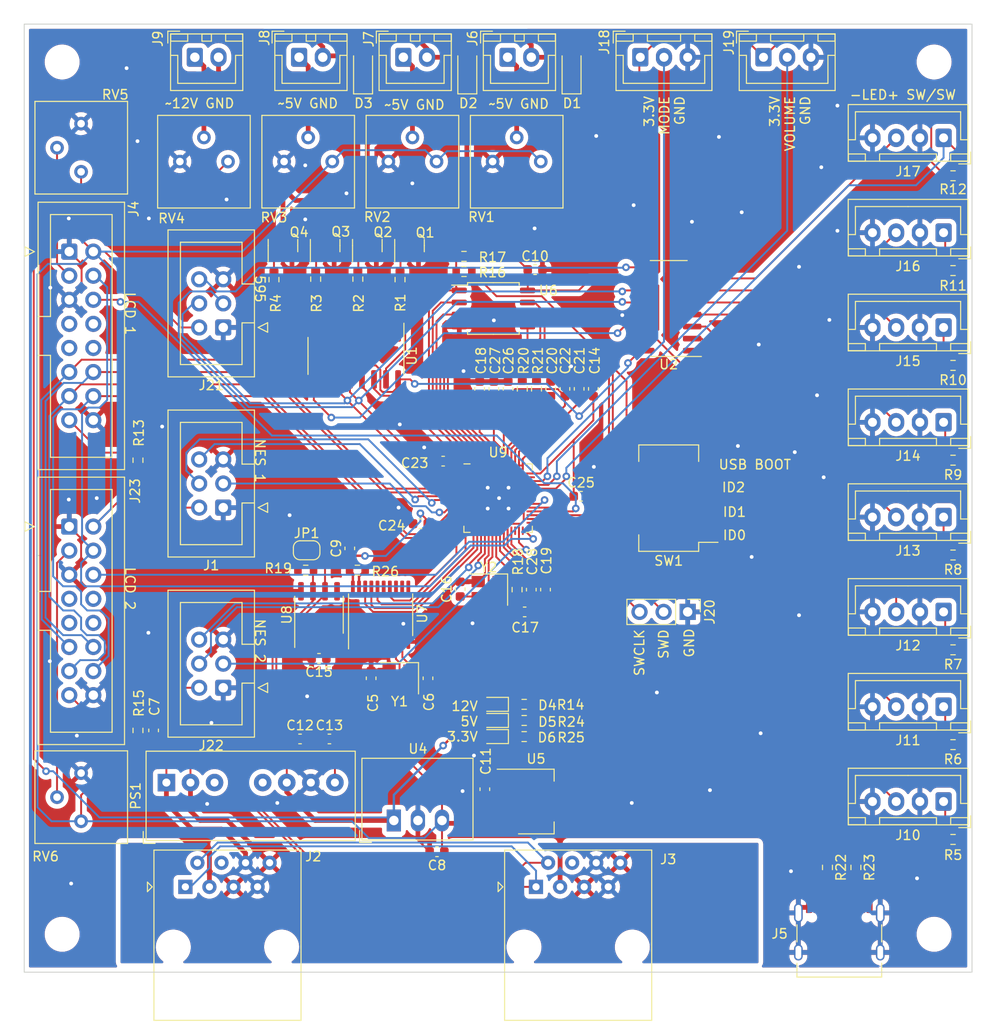
<source format=kicad_pcb>
(kicad_pcb (version 20221018) (generator pcbnew)
  (layers (0 "F.Cu" signal) (31 "B.Cu" signal) (34 "B.Paste" user) (35 "F.Paste" user) (36 "B.SilkS" user "B.Silkscreen") (37 "F.SilkS" user "F.Silkscreen") (38 "B.Mask" user) (39 "F.Mask" user) (44 "Edge.Cuts" user))
  (net 0 "")
  (net 1 "Net-(U7-OSC2)")
  (net 2 "GND")
  (net 3 "Net-(U7-OSC1)")
  (net 4 "VCC")
  (net 5 "GNDPWR")
  (net 6 "+5V")
  (net 7 "+3V3")
  (net 8 "+12V")
  (net 9 "-12V")
  (net 10 "Net-(U9-XIN)")
  (net 11 "Net-(C17-Pad1)")
  (net 12 "+1V1")
  (net 13 "Net-(D1-K)")
  (net 14 "Net-(D1-A)")
  (net 15 "Net-(D2-K)")
  (net 16 "Net-(D2-A)")
  (net 17 "Net-(D3-K)")
  (net 18 "Net-(D3-A)")
  (net 19 "NES1_LTC")
  (net 20 "NES1_CLK")
  (net 21 "NES1_DATA")
  (net 22 "CAN_L")
  (net 24 "CAN_H")
  (net 26 "Net-(J5-VBUS-PadA4)")
  (net 27 "Net-(J5-CC1)")
  (net 28 "D+")
  (net 29 "D-")
  (net 31 "Net-(J5-CC2)")
  (net 33 "Net-(J9-Pin_1)")
  (net 34 "Net-(J9-Pin_2)")
  (net 35 "Net-(J10-Pin_1)")
  (net 36 "B1")
  (net 37 "Net-(J11-Pin_1)")
  (net 38 "B2")
  (net 39 "Net-(J12-Pin_1)")
  (net 40 "B3")
  (net 41 "Net-(J13-Pin_1)")
  (net 42 "B4")
  (net 43 "Net-(J14-Pin_1)")
  (net 44 "B5")
  (net 45 "Net-(J15-Pin_1)")
  (net 46 "B6")
  (net 47 "Net-(J16-Pin_1)")
  (net 48 "B7")
  (net 49 "A_BUTTONS")
  (net 50 "B8")
  (net 51 "A_MODE")
  (net 52 "A_VOLUME")
  (net 53 "/SWD")
  (net 54 "/SWCLK")
  (net 55 "RCLK")
  (net 56 "SRCLK")
  (net 57 "QH")
  (net 58 "NES2_LTC")
  (net 59 "NES2_CLK")
  (net 60 "NES2_DATA")
  (net 61 "Net-(JP1-A)")
  (net 64 "Net-(Q1-G)")
  (net 65 "Net-(Q2-G)")
  (net 66 "Net-(Q3-G)")
  (net 67 "Net-(Q4-G)")
  (net 68 "/QSPI_SS")
  (net 69 "/~{USB_BOOT}")
  (net 70 "Net-(U9-XOUT)")
  (net 71 "Net-(U9-USB_DP)")
  (net 72 "Net-(U9-USB_DM)")
  (net 73 "ID2")
  (net 74 "ID1")
  (net 75 "ID0")
  (net 76 "M2")
  (net 77 "M3")
  (net 78 "M4")
  (net 79 "M5")
  (net 80 "M6")
  (net 81 "M7")
  (net 82 "M8")
  (net 83 "Net-(U1-QH')")
  (net 84 "SER")
  (net 85 "M1")
  (net 86 "/QSPI_SD1")
  (net 87 "/QSPI_SD2")
  (net 88 "/QSPI_SD0")
  (net 89 "/QSPI_SCLK")
  (net 90 "/QSPI_SD3")
  (net 91 "Net-(U7-TXCAN)")
  (net 92 "Net-(U7-RXCAN)")
  (net 101 "CAN_SCK")
  (net 103 "CAN_SI")
  (net 104 "CAN_SO")
  (net 105 "CAN_CS")
  (net 107 "Net-(J4-Pin_3)")
  (net 108 "RS")
  (net 109 "EN1")
  (net 111 "/RUN")
  (net 119 "DB4")
  (net 120 "DB5")
  (net 121 "DB6")
  (net 122 "DB7")
  (net 123 "Net-(J4-Pin_15)")
  (net 124 "Net-(J23-Pin_3)")
  (net 125 "EN2")
  (net 130 "Net-(J23-Pin_15)")
  (net 131 "Net-(D4-K)")
  (net 132 "Net-(D5-K)")
  (net 133 "Net-(D6-K)")
  (net 134 "Net-(U7-~{RESET})")
  (footprint "Capacitor_SMD:C_0603_1608Metric" (layer "F.Cu") (at 41.8 52.7 180)
    (fp_text reference "C24")
    (fp_text value "100n")
  )
  (footprint "Connector_JST:JST_XH_B4B-XH-A_1x04_P2.50mm_Vertical" (layer "F.Cu") (at 97 72 180)
    (fp_text reference "J11")
    (fp_text value "Conn_01x04")
  )
  (footprint "Potentiometer_THT:Potentiometer_Bourns_3386P_Vertical" (layer "F.Cu") (at 6 79 180)
    (fp_text reference "RV6")
    (fp_text value "10k")
  )
  (footprint "Connector_JST:JST_XH_B4B-XH-A_1x04_P2.50mm_Vertical" (layer "F.Cu") (at 97 52 180)
    (fp_text reference "J13")
    (fp_text value "Conn_01x04")
  )
  (footprint "Connector_JST:JST_XH_B4B-XH-A_1x04_P2.50mm_Vertical" (layer "F.Cu") (at 97 62 180)
    (fp_text reference "J12")
    (fp_text value "Conn_01x04")
  )
  (footprint "MountingHole:MountingHole_3.2mm_M3" (layer "F.Cu") (at 4 96)
    (fp_text reference "H2")
    (fp_text value "MountingHole")
  )
  (footprint "LED_SMD:LED_0603_1608Metric" (layer "F.Cu") (at 49.6 75.15 180)
    (fp_text reference "D6")
    (fp_text value "LED")
  )
  (footprint "Resistor_SMD:R_0603_1608Metric" (layer "F.Cu") (at 30.75 26.9 90)
    (fp_text reference "R3")
    (fp_text value "100")
  )
  (footprint "Connector_JST:JST_XH_B4B-XH-A_1x04_P2.50mm_Vertical" (layer "F.Cu") (at 97 32 180)
    (fp_text reference "J15")
    (fp_text value "Conn_01x04")
  )
  (footprint "Capacitor_SMD:C_0603_1608Metric" (layer "F.Cu") (at 36.6 69 90)
    (fp_text reference "C5")
    (fp_text value "27p")
  )
  (footprint "Package_SO:SOIC-8_3.9x4.9mm_P1.27mm" (layer "F.Cu") (at 31.1 62.3 90)
    (fp_text reference "U8")
    (fp_text value "MCP2551-I-SN")
  )
  (footprint "Potentiometer_THT:Potentiometer_Bourns_3386P_Vertical" (layer "F.Cu") (at 6 10.5 180)
    (fp_text reference "RV5")
    (fp_text value "10k")
  )
  (footprint "Connector_RJ:RJ45_Amphenol_54602-x08_Horizontal" (layer "F.Cu") (at 17 91)
    (fp_text reference "J2")
    (fp_text value "RJ45")
  )
  (footprint "Capacitor_SMD:C_0603_1608Metric" (layer "F.Cu") (at 57.05 38.475 90)
    (fp_text reference "C22")
    (fp_text value "1u")
  )
  (footprint "Potentiometer_THT:Potentiometer_Bourns_3386P_Vertical" (layer "F.Cu") (at 32.5 14.5 90)
    (fp_text reference "RV3")
    (fp_text value "10k")
  )
  (footprint "Jumper:SolderJumper-2_P1.3mm_Open_RoundedPad1.0x1.5mm" (layer "F.Cu") (at 29.8 55.5)
    (fp_text reference "JP1")
    (fp_text value "SolderJumper_2_Open")
  )
  (footprint "Capacitor_SMD:C_0603_1608Metric" (layer "F.Cu") (at 58.55 38.475 90)
    (fp_text reference "C21")
    (fp_text value "100n")
  )
  (footprint "Connector_IDC:IDC-Header_2x03_P2.54mm_Vertical" (layer "F.Cu") (at 21 32 180)
    (fp_text reference "J21")
    (fp_text value "Conn_02x03_Odd_Even")
  )
  (footprint "Potentiometer_THT:Potentiometer_Bourns_3386P_Vertical" (layer "F.Cu") (at 43.5 14.5 90)
    (fp_text reference "RV2")
    (fp_text value "10k")
  )
  (footprint "Resistor_SMD:R_0603_1608Metric" (layer "F.Cu") (at 98 26)
    (fp_text reference "R11")
    (fp_text value "1k")
  )
  (footprint "Connector_RJ:RJ45_Amphenol_54602-x08_Horizontal" (layer "F.Cu") (at 54 91)
    (fp_text reference "J3")
    (fp_text value "RJ45")
  )
  (footprint "Resistor_SMD:R_0603_1608Metric" (layer "F.Cu") (at 54.05 38.475 -90)
    (fp_text reference "R21")
    (fp_text value "27")
  )
  (footprint "Capacitor_SMD:C_0603_1608Metric" (layer "F.Cu") (at 34.35 55.3 90)
    (fp_text reference "C9")
    (fp_text value "100n")
  )
  (footprint "Connector_JST:JST_XH_B4B-XH-A_1x04_P2.50mm_Vertical" (layer "F.Cu") (at 97 42 180)
    (fp_text reference "J14")
    (fp_text value "Conn_01x04")
  )
  (footprint "LED_SMD:LED_0603_1608Metric" (layer "F.Cu") (at 49.6 71.75 180)
    (fp_text reference "D4")
    (fp_text value "LED")
  )
  (footprint "Connector_IDC:IDC-Header_2x08_P2.54mm_Vertical" (layer "F.Cu") (at 4.75 53)
    (fp_text reference "J23")
    (fp_text value "Conn_02x08_Odd_Even")
  )
  (footprint "Capacitor_SMD:C_0603_1608Metric" (layer "F.Cu") (at 53.9 25.9)
    (fp_text reference "C10")
    (fp_text value "100n")
  )
  (footprint "Capacitor_SMD:C_0603_1608Metric" (layer "F.Cu") (at 48.6 80.7 90)
    (fp_text reference "C11")
    (fp_text value "10u")
  )
  (footprint "Diode_SMD:D_SOD-123" (layer "F.Cu") (at 46.75 5 90)
    (fp_text reference "D2")
    (fp_text value "1N4148W")
  )
  (footprint "Capacitor_SMD:C_0603_1608Metric" (layer "F.Cu") (at 60.05 38.475 90)
    (fp_text reference "C14")
    (fp_text value "10u")
  )
  (footprint "Capacitor_SMD:C_0603_1608Metric" (layer "F.Cu") (at 55 59.65 -90)
    (fp_text reference "C19")
    (fp_text value "100n")
  )
  (footprint "Resistor_SMD:R_0603_1608Metric" (layer "F.Cu") (at 98 86)
    (fp_text reference "R5")
    (fp_text value "1k")
  )
  (footprint "Capacitor_SMD:C_0603_1608Metric" (layer "F.Cu") (at 58.75 49.8)
    (fp_text reference "C25")
    (fp_text value "100n")
  )
  (footprint "Package_SO:SOIC-16_3.9x9.9mm_P1.27mm" (layer "F.Cu") (at 68 30 180)
    (fp_text reference "U2")
    (fp_text value "74HC595")
  )
  (footprint "LED_SMD:LED_0603_1608Metric" (layer "F.Cu") (at 49.6 73.45 180)
    (fp_text reference "D5")
    (fp_text value "LED")
  )
  (footprint "Connector_IDC:IDC-Header_2x03_P2.54mm_Vertical" (layer "F.Cu") (at 21 51 180)
    (fp_text reference "J1")
    (fp_text value "Conn_02x03_Odd_Even")
  )
  (footprint "Connector_JST:JST_XH_B2B-XH-A_1x02_P2.50mm_Vertical" (layer "F.Cu") (at 18 3.5)
    (fp_text reference "J9")
    (fp_text value "Conn_01x02")
  )
  (footprint "MountingHole:MountingHole_3.2mm_M3" (layer "F.Cu") (at 96 4)
    (fp_text reference "H3")
    (fp_text value "MountingHole")
  )
  (footprint "Capacitor_SMD:C_0603_1608Metric" (layer "F.Cu") (at 53.5 59.65 -90)
    (fp_text reference "C28")
    (fp_text value "100n")
  )
  (footprint "Capacitor_SMD:C_0603_1608Metric" (layer "F.Cu") (at 52.8 62)
    (fp_text reference "C17")
    (fp_text value "27p")
  )
  (footprint "Resistor_SMD:R_0603_1608Metric" (layer "F.Cu") (at 52.55 38.475 -90)
    (fp_text reference "R20")
    (fp_text value "27")
  )
  (footprint "Package_TO_SOT_SMD:SOT-23" (layer "F.Cu") (at 40.65 23.3625 90)
    (fp_text reference "Q1")
    (fp_text value "2N7002")
  )
  (footprint "Resistor_SMD:R_0603_1608Metric" (layer "F.Cu") (at 46.4 24.5 180)
    (fp_text reference "R17")
    (fp_text value "DNF")
  )
  (footprint "Resistor_SMD:R_0603_1608Metric" (layer "F.Cu") (at 26.35 26.95 90)
    (fp_text reference "R4")
    (fp_text value "100")
  )
  (footprint "Capacitor_SMD:C_0603_1608Metric" (layer "F.Cu") (at 49.55 38.475 90)
    (fp_text reference "C27")
    (fp_text value "100n")
  )
  (footprint "Resistor_SMD:R_0603_1608Metric" (layer "F.Cu") (at 12 46 90)
    (fp_text reference "R13")
    (fp_text value "220")
  )
  (footprint "Connector_JST:JST_XH_B2B-XH-A_1x02_P2.50mm_Vertical" (layer "F.Cu") (at 40 3.5)
    (fp_text reference "J7")
    (fp_text value "Conn_01x02")
  )
  (footprint "Capacitor_SMD:C_0603_1608Metric" (layer "F.Cu") (at 48.05 38.475 90)
    (fp_text reference "C18")
    (fp_text value "100n")
  )
  (footprint "Potentiometer_THT:Potentiometer_Bourns_3386P_Vertical" (layer "F.Cu") (at 54.5 14.5 90)
    (fp_text reference "RV1")
    (fp_text value "10k")
  )
  (footprint "Capacitor_SMD:C_0603_1608Metric" (layer "F.Cu") (at 55.55 38.475 90)
    (fp_text reference "C20")
    (fp_text value "1u")
  )
  (footprint "Resistor_SMD:R_0603_1608Metric" (layer "F.Cu") (at 98 46)
    (fp_text reference "R9")
    (fp_text value "1k")
  )
  (footprint "Package_TO_SOT_SMD:SOT-223-3_TabPin2" (layer "F.Cu") (at 54 82)
    (fp_text reference "U5")
    (fp_text value "AMS1117-3.3")
  )
  (footprint "Capacitor_SMD:C_0603_1608Metric" (layer "F.Cu") (at 51.05 38.475 90)
    (fp_text reference "C26")
    (fp_text value "100n")
  )
  (footprint "Package_SO:TSSOP-20_4.4x6.5mm_P0.65mm" (layer "F.Cu") (at 37.6 62.3 90)
    (fp_text reference "U7")
    (fp_text value "MCP2515-xST")
  )
  (footprint "Resistor_SMD:R_0603_1608Metric" (layer "F.Cu") (at 35.2 26.9 90)
    (fp_text reference "R2")
    (fp_text value "100")
  )
  (footprint "Connector_JST:JST_XH_B2B-XH-A_1x02_P2.50mm_Vertical" (layer "F.Cu") (at 51 3.5)
    (fp_text reference "J6")
    (fp_text value "Conn_01x02")
  )
  (footprint "Capacitor_SMD:C_0603_1608Metric" (layer "F.Cu") (at 46 59.6 90)
    (fp_text reference "C16")
    (fp_text value "27p")
  )
  (footprint "Capacitor_SMD:C_0603_1608Metric" (layer "F.Cu") (at 43.55 87.3 180)
    (fp_text reference "C8")
    (fp_text value "10u")
  )
  (footprint "Button_Switch_SMD:SW_DIP_SPSTx04_Slide_Omron_A6S-410x_W8.9mm_P2.54mm" (layer "F.Cu") (at 68 50 180)
    (fp_text reference "SW1")
    (fp_text value "SW_DIP_x04")
  )
  (footprint "Connector_JST:JST_XH_B3B-XH-A_1x03_P2.50mm_Vertical" (layer "F.Cu") (at 65 3.5)
    (fp_text reference "J18")
    (fp_text value "Conn_01x03")
  )
  (footprint "Resistor_SMD:R_0603_1608Metric" (layer "F.Cu") (at 29.7 57.6)
    (fp_text reference "R19")
    (fp_text value "120")
  )
  (footprint "Package_TO_SOT_SMD:SOT-23" (layer "F.Cu") (at 31.75 23.3625 90)
    (fp_text reference "Q3")
    (fp_text value "2N7002")
  )
  (footprint "Resistor_SMD:R_0603_1608Metric" (layer "F.Cu") (at 98 66)
    (fp_text reference "R7")
    (fp_text value "1k")
  )
  (footprint "Diode_SMD:D_SOD-123" (layer "F.Cu") (at 35.75 5 90)
    (fp_text reference "D3")
    (fp_text value "1N4148W")
  )
  (footprint "Resistor_SMD:R_0603_1608Metric" (layer "F.Cu") (at 35.15 57.6)
    (fp_text reference "R26")
    (fp_text value "10k")
  )
  (footprint "Resistor_SMD:R_0603_1608Metric" (layer "F.Cu") (at 52.75 71.75)
    (fp_text reference "R14")
    (fp_text value "570")
  )
  (footprint "Connector_JST:JST_XH_B2B-XH-A_1x02_P2.50mm_Vertical" (layer "F.Cu") (at 29 3.5)
    (fp_text reference "J8")
    (fp_text value "Conn_01x02")
  )
  (footprint "MountingHole:MountingHole_3.2mm_M3" (layer "F.Cu") (at 96 96)
    (fp_text reference "H4")
    (fp_text value "MountingHole")
  )
  (footprint "Converter_DCDC:Converter_DCDC_XP_POWER-ITxxxxxS_THT" (layer "F.Cu") (at 15 80 90)
    (fp_text reference "PS1")
    (fp_text value "PRM3W-E12-D12-S")
  )
  (footprint "Resistor_SMD:R_0603_1608Metric" (layer "F.Cu") (at 84.75 88.95 -90)
    (fp_text reference "R22")
    (fp_text value "5.1k")
  )
  (footprint "Package_SO:SOIC-16_3.9x9.9mm_P1.27mm" (layer "F.Cu") (at 35 35 -90)
    (fp_text reference "U1")
    (fp_text value "74HC595")
  )
  (footprint "Resistor_SMD:R_0603_1608Metric" (layer "F.Cu") (at 46.4 26.1)
    (fp_text reference "R16")
    (fp_text value "1k")
  )
  (footprint "Connector_JST:JST_XH_B4B-XH-A_1x04_P2.50mm_Vertical" (layer "F.Cu") (at 97 12 180)
    (fp_text reference "J17")
    (fp_text value "Conn_01x04")
  )
  (footprint "Crystal:Crystal_SMD_3225-4Pin_3.2x2.5mm" (layer "F.Cu") (at 49 59.65 180)
    (fp_text reference "Y2")
    (fp_text value "12MHz")
  )
  (footprint "Capacitor_SMD:C_0603_1608Metric" (layer "F.Cu") (at 13.65 74.5 -90)
    (fp_text reference "C7")
    (fp_text value "10u")
  )
  (footprint "Capacitor_SMD:C_0603_1608Metric" (layer "F.Cu") (at 29.1 75.4)
    (fp_text reference "C12")
    (fp_text value "10u")
  )
  (footprint "MountingHole:MountingHole_3.2mm_M3" (layer "F.Cu") (at 4 4)
    (fp_text reference "H1")
    (fp_text value "MountingHole")
  )
  (footprint "Connector_USB:USB_C_Receptacle_Palconn_UTC16-G" (layer "F.Cu") (at 86 95.675)
    (fp_text reference "J5")
    (fp_text value "USB_C_Receptacle_USB2.0")
  )
  (footprint "Resistor_SMD:R_0603_1608Metric" (layer "F.Cu") (at 98 76)
    (fp_text reference "R6")
    (fp_text value "1k")
  )
  (footprint "Resistor_SMD:R_0603_1608Metric" (layer "F.Cu") (at 52.75 73.45)
    (fp_text reference "R24")
    (fp_text value "220")
  )
  (footprint "Capacitor_SMD:C_0603_1608Metric" (layer "F.Cu") (at 44.2 46.1 180)
    (fp_text reference "C23")
    (fp_text value "100n")
  )
  (footprint "Connector_IDC:IDC-Header_2x03_P2.54mm_Vertical" (layer "F.Cu") (at 21 70 180)
    (fp_text reference "J22")
    (fp_text value "Conn_02x03_Odd_Even")
  )
  (footprint "Package_DFN_QFN:QFN-56-1EP_7x7mm_P0.4mm_EP3.2x3.2mm" (layer "F.Cu") (at 50 50)
    (fp_text reference "U9")
    (fp_text value "RP2040")
  )
  (footprint "Connector_JST:JST_XH_B3B-XH-A_1x03_P2.50mm_Vertical" (layer "F.Cu") (at 78 3.5)
    (fp_text reference "J19")
    (fp_text value "Conn_01x03")
  )
  (footprint "Connector_IDC:IDC-Header_2x08_P2.54mm_Vertical" (layer "F.Cu") (at 4.75 24)
    (fp_text reference "J4")
    (fp_text value "Conn_02x08_Odd_Even")
  )
  (footprint "Resistor_SMD:R_0603_1608Metric" (layer "F.Cu") (at 98 56)
    (fp_text reference "R8")
    (fp_text value "1k")
  )
  (footprint "Capacitor_SMD:C_0603_1608Metric" (layer "F.Cu") (at 42.6 69 -90)
    (fp_text reference "C6")
    (fp_text value "27p")
  )
  (footprint "Converter_DCDC:Converter_DCDC_RECOM_R-78E-0.5_THT" (layer "F.Cu") (at 39 84)
    (fp_text reference "U4")
    (fp_text value "R-78E5.0-0.5")
  )
  (footprint "Diode_SMD:D_SOD-123" (layer "F.Cu") (at 57.75 5 90)
    (fp_text reference "D1")
    (fp_text value "1N4148W")
  )
  (footprint "Package_TO_SOT_SMD:SOT-23" (layer "F.Cu") (at 36.2 23.3625 90)
    (fp_text reference "Q2")
    (fp_text value "2N7002")
  )
  (footprint "Connector_JST:JST_XH_B4B-XH-A_1x04_P2.50mm_Vertical" (layer "F.Cu") (at 97 22 180)
    (fp_text reference "J16")
    (fp_text value "Conn_01x04")
  )
  (footprint "Resistor_SMD:R_0603_1608Metric" (layer "F.Cu") (at 39.65 26.95 90)
    (fp_text reference "R1")
    (fp_text value "100")
  )
  (footprint "Package_SO:SOIC-8_5.23x5.23mm_P1.27mm" (layer "F.Cu") (at 49.5 30)
    (fp_text reference "U6")
    (fp_text value "W25Q128JVS")
  )
  (footprint "Resistor_SMD:R_0603_1608Metric" (layer "F.Cu") (at 87.75 88.95 -90)
    (fp_text reference "R23")
    (fp_text value "5.1k")
  )
  (footprint "Resistor_SMD:R_0603_1608Metric" (layer "F.Cu") (at 52.75 75.15)
    (fp_text reference "R25")
    (fp_text value "120" hide)
  )
  (footprint "Package_TO_SOT_SMD:SOT-23" (layer "F.Cu") (at 27.3 23.3625 90)
    (fp_text reference "Q4")
    (fp_text value "2N7002")
  )
  (footprint "Potentiometer_THT:Potentiometer_Bourns_3386P_Vertical" (layer "F.Cu") (at 21.5 14.5 90)
    (fp_text reference "RV4")
    (fp_text value "10k")
  )
  (footprint "Resistor_SMD:R_0603_1608Metric" (layer "F.Cu") (at 98 36)
    (fp_text reference "R10")
    (fp_text value "1k")
  )
  (footprint "Resistor_SMD:R_0603_1608Metric" (layer "F.Cu") (at 12 74.5 90)
    (fp_text reference "R15")
    (fp_text value "220")
  )
  (footprint "Connector_PinHeader_2.54mm:PinHeader_1x03_P2.54mm_Vertical" (layer "F.Cu") (at 70 62 -90)
    (fp_text reference "J20")
    (fp_text value "Conn_01x03" hide)
  )
  (footprint "Capacitor_SMD:C_0603_1608Metric" (layer "F.Cu") (at 32.2 75.4)
    (fp_text reference "C13")
    (fp_text value "10u")
  )
  (footprint "Resistor_SMD:R_0603_1608Metric" (layer "F.Cu") (at 52 59.65 -90)
    (fp_text reference "R18")
    (fp_text value "1k")
  )
  (footprint "Crystal:Crystal_SMD_3225-4Pin_3.2x2.5mm" (layer "F.Cu") (at 39.6 69 180)
    (fp_text reference "Y1")
    (fp_text value "8Mhz")
  )
  (footprint "Capacitor_SMD:C_0603_1608Metric" (layer "F.Cu") (at 31.1 66.9 180)
    (fp_text reference "C15")
    (fp_text value "100n")
  )
  (footprint "Connector_JST:JST_XH_B4B-XH-A_1x04_P2.50mm_Vertical" (layer "F.Cu") (at 97 82 180)
    (fp_text reference "J10")
    (fp_text value "Conn_01x04")
  )
  (footprint "Resistor_SMD:R_0603_1608Metric" (layer "F.Cu") (at 98 16 180)
    (fp_text reference "R12")
    (fp_text value "1k")
  )
  (gr_rect (start 0 0) (end 100 100) (stroke (width 0.1)) (fill none) (layer "Edge.Cuts"))
  (gr_text "SWCLK" (at 65.5 63.75 90) (layer "F.SilkS") (effects (font (size 1 1)) (justify right bottom)))
  (gr_text "3.3V\nMODE\nGND" (at 69.75 7.5 90) (layer "F.SilkS") (effects (font (size 1 1)) (justify right bottom)))
  (gr_text "LCD 1" (at 10.58 32.89 270) (layer "F.SilkS") (effects (font (size 1 1)) (justify right bottom)))
  (gr_text "GND" (at 70.75 63.65 90) (layer "F.SilkS") (effects (font (size 1 1)) (justify right bottom)))
  (gr_text "~5V GND" (at 55.45 9) (layer "F.SilkS") (effects (font (size 1 1)) (justify right bottom)))
  (gr_text "SWD" (at 68.05 63.75 90) (layer "F.SilkS") (effects (font (size 1 1)) (justify right bottom)))
  (gr_text "-LED+ SW/SW" (at 98.4 8.05) (layer "F.SilkS") (effects (font (size 1 1)) (justify right bottom)))
  (gr_text "ID0" (at 76.25 54.5) (layer "F.SilkS") (effects (font (size 1 1)) (justify right bottom)))
  (gr_text "595" (at 24.29 29.46 270) (layer "F.SilkS") (effects (font (size 1 1)) (justify right bottom)))
  (gr_text "ID1" (at 76.25 52.05) (layer "F.SilkS") (effects (font (size 1 1)) (justify right bottom)))
  (gr_text "ID2" (at 76.15 49.45) (layer "F.SilkS") (effects (font (size 1 1)) (justify right bottom)))
  (gr_text "3.3V\nVOLUME\nGND" (at 83 7.5 90) (layer "F.SilkS") (effects (font (size 1 1)) (justify right bottom)))
  (gr_text "~12V GND" (at 22.25 8.95) (layer "F.SilkS") (effects (font (size 1 1)) (justify right bottom)))
  (gr_text "~5V GND" (at 33.2 8.95) (layer "F.SilkS") (effects (font (size 1 1)) (justify right bottom)))
  (gr_text "NES 2" (at 24.29 67.46 270) (layer "F.SilkS") (effects (font (size 1 1)) (justify right bottom)))
  (gr_text "LCD 2" (at 10.58 61.89 270) (layer "F.SilkS") (effects (font (size 1 1)) (justify right bottom)))
  (gr_text "12V\n5V\n3.3V" (at 47.95 75.75) (layer "F.SilkS") (effects (font (size 1 1)) (justify right bottom)))
  (gr_text "~5V GND" (at 44.45 9.1) (layer "F.SilkS") (effects (font (size 1 1)) (justify right bottom)))
  (gr_text "USB BOOT" (at 81 47.05) (layer "F.SilkS") (effects (font (size 1 1)) (justify right bottom)))
  (gr_text "NES 1" (at 24.29 48.46 -90) (layer "F.SilkS") (effects (font (size 1 1)) (justify right bottom)))
  (segment (start 39.225 65.1625) (end 39.225 66.975) (width 0.2) (layer "F.Cu") (net 1))
  (segment (start 39.6 68.95) (end 38.7 69.85) (width 0.2) (layer "F.Cu") (net 1))
  (segment (start 39.225 66.975) (end 39.6 67.35) (width 0.2) (layer "F.Cu") (net 1))
  (segment (start 38.425 69.775) (end 38.5 69.85) (width 0.2) (layer "F.Cu") (net 1))
  (segment (start 39.6 67.35) (end 39.6 68.95) (width 0.2) (layer "F.Cu") (net 1))
  (segment (start 38.7 69.85) (end 38.5 69.85) (width 0.2) (layer "F.Cu") (net 1))
  (segment (start 36.6 69.775) (end 38.425 69.775) (width 0.2) (layer "F.Cu") (net 1))
  (segment (start 39.5 51.6) (end 40.6 52.7) (width 0.2) (layer "F.Cu") (net 2))
  (segment (start 19.54 91) (end 19.54 86.99) (width 0.5) (layer "F.Cu") (net 2))
  (segment (start 19.54 86.99) (end 18.8 86.25) (width 0.5) (layer "F.Cu") (net 2))
  (segment (start 14.3 83.45) (end 13.4 83.45) (width 0.5) (layer "F.Cu") (net 2))
  (segment (start 18.8 86.25) (end 17.1 86.25) (width 0.5) (layer "F.Cu") (net 2))
  (segment (start 17.1 86.25) (end 14.3 83.45) (width 0.5) (layer "F.Cu") (net 2))
  (segment (start 6 56.83) (end 4.75 58.08) (width 0.2) (layer "F.Cu") (net 2))
  (segment (start 48.6 56.434314) (end 48.6 58.1) (width 0.2) (layer "F.Cu") (net 2))
  (segment (start 41.54 86.065) (end 41.54 84) (width 0.2) (layer "F.Cu") (net 2))
  (segment (start 35.635 38.235) (end 35.635 37.475) (width 0.2) (layer "F.Cu") (net 2))
  (segment (start 42.775 87.3) (end 41.54 86.065) (width 0.2) (layer "F.Cu") (net 2))
  (segment (start 6.05 25.3) (end 6.05 27.78) (width 0.2) (layer "F.Cu") (net 2))
  (segment (start 45.675 58.825) (end 44.2 60.3) (width 0.2) (layer "F.Cu") (net 2))
  (segment (start 39.625 42.225) (end 35.635 38.235) (width 0.2) (layer "F.Cu") (net 2))
  (segment (start 4.75 24) (end 6.05 25.3) (width 0.2) (layer "F.Cu") (net 2))
  (segment (start 40.6 52.7) (end 41.025 52.7) (width 0.2) (layer "F.Cu") (net 2))
  (segment (start 39.5 51) (end 39.5 51.6) (width 0.2) (layer "F.Cu") (net 2))
  (segment (start 49 53.4375) (end 49 56.034314) (width 0.2) (layer "F.Cu") (net 2))
  (segment (start 56.54 85.11) (end 56.55 85.1) (width 0.5) (layer "F.Cu") (net 2))
  (segment (start 46 58.825) (end 45.675 58.825) (width 0.2) (layer "F.Cu") (net 2))
  (segment (start 6.05 27.78) (end 4.75 29.08) (width 0.2) (layer "F.Cu") (net 2))
  (segment (start 49 56.034314) (end 48.6 56.434314) (width 0.2) (layer "F.Cu") (net 2))
  (segment (start 4.75 53) (end 6 54.25) (width 0.2) (layer "F.Cu") (net 2))
  (segment (start 48.6 58.1) (end 47.9 58.8) (width 0.2) (layer "F.Cu") (net 2))
  (segment (start 6 54.25) (end 6 56.83) (width 0.2) (layer "F.Cu") (net 2))
  (segment (start 56.54 91) (end 56.54 85.11) (width 0.5) (layer "F.Cu") (net 2))
  (via (at 60.35 11.8) (size 0.8) (drill 0.4) (layers "F.Cu" "B.Cu") (net 2))
  (via (at 10.8 4.65) (size 0.8) (drill 0.4) (layers "F.Cu" "B.Cu") (net 2))
  (via (at 28 51.8) (size 0.8) (drill 0.4) (layers "F.Cu" "B.Cu") (net 2))
  (via (at 48.9 51.1) (size 0.8) (drill 0.4) (layers "F.Cu" "B.Cu") (net 2))
  (via (at 53.85 21.55) (size 0.8) (drill 0.4) (layers "F.Cu" "B.Cu") (net 2))
  (via (at 13.1 64.2) (size 0.8) (drill 0.4) (layers "F.Cu" "B.Cu") (net 2))
  (via (at 75.7 19.85) (size 0.8) (drill 0.4) (layers "F.Cu" "B.Cu") (net 2))
  (via (at 46.25 80.9) (size 0.8) (drill 0.4) (layers "F.Cu" "B.Cu") (net 2))
  (via (at 29.65 20.6) (size 0.8) (drill 0.4) (layers "F.Cu" "B.Cu") (net 2))
  (via (at 81.75 25.6) (size 0.8) (drill 0.4) (layers "F.Cu" "B.Cu") (net 2))
  (via (at 84.1 15.1) (size 0.8) (drill 0.4) (layers "F.Cu" "B.Cu") (net 2))
  (via (at 66.75 70.5) (size 0.8) (drill 0.4) (layers "F.Cu" "B.Cu") (net 2))
  (via (at 94.2 90.1) (size 0.8) (drill 0.4) (layers "F.Cu" "B.Cu") (net 2))
  (via (at 19.75 73.7) (size 0.8) (drill 0.4) (layers "F.Cu" "B.Cu") (net 2))
  (via (at 77.7 74.8) (size 0.8) (drill 0.4) (layers "F.Cu" "B.Cu") (net 2))
  (via (at 85.8 21.8) (size 0.8) (drill 0.4) (layers "F.Cu" "B.Cu") (net 2))
  (via (at 51.1 48.9) (size 0.8) (drill 0.4) (layers "F.Cu" "B.Cu") (net 2))
  (via (at 48.9 48.9) (size 0.8) (drill 0.4) (layers "F.Cu" "B.Cu") (net 2))
  (via (at 70.45 20.85) (size 0.8) (drill 0.4) (layers "F.Cu" "B.Cu") (net 2))
  (via (at 47.3 63.2) (size 0.8) (drill 0.4) (layers "F.Cu" "B.Cu") (net 2))
  (via (at 11.95 12.35) (size 0.8) (drill 0.4) (layers "F.Cu" "B.Cu") (net 2))
  (via (at 80.9 89.35) (size 0.8) (drill 0.4) (layers "F.Cu" "B.Cu") (net 2))
  (via (at 14.55 42.45) (size 0.8) (drill 0.4) (layers "F.Cu" "B.Cu") (net 2))
  (via (at 81.75 62.35) (size 0.8) (drill 0.4) (layers "F.Cu" "B.Cu") (net 2))
  (via (at 77.5 33.8) (size 0.8) (drill 0.4) (layers "F.Cu" "B.Cu") (net 2))
  (via (at 4.7 20.5) (size 0.8) (drill 0.4) (layers "F.Cu" "B.Cu") (net 2))
  (via (at 84.95 31.2) (size 0.8) (drill 0.4) (layers "F.Cu" "B.Cu") (net 2))
  (via (at 42.2 44.65) (size 0.8) (drill 0.4) (layers "F.Cu" "B.Cu") (net 2))
  (via (at 39.625 42.225) (size 0.8) (drill 0.4) (layers "F.Cu" "B.Cu") (net 2))
  (via (at 40 63.25) (size 0.8) (drill 0.4) (layers "F.Cu" "B.Cu") (net 2))
  (via (at 57.7 36.1) (size 0.8) (drill 0.4) (layers "F.Cu" "B.Cu") (net 2))
  (via (at 84.35 47.8) (size 0.8) (drill 0.4) (layers "F.Cu" "B.Cu") (net 2))
  (via (at 76.75 56.2) (size 0.8) (drill 0.4) (layers "F.Cu" "B.Cu") (net 2))
  (via (at 19.3 82.25) (size 0.8) (drill 0.4) (layers "F.Cu" "B.Cu") (net 2))
  (via (at 46.35 36.6) (size 0.8) (drill 0.4) (layers "F.Cu" "B.Cu") (net 2))
  (via (at 29.65 14.9) (size 0.8) (drill 0.4) (layers "F.Cu" "B.Cu") (net 2))
  (via (at 4.7 50.15) (size 0.8) (drill 0.4) (layers "F.Cu" "B.Cu") (net 2))
  (via (at 13.15 20.5) (size 0.8) (drill 0.4) (layers "F.Cu" "B.Cu") (net 2))
  (via (at 5.55 75.05) (size 0.8) (drill 0.4) (layers "F.Cu" "B.Cu") (net 2))
  (via (at 85.8 8.6) (size 0.8) (drill 0.4) (layers "F.Cu" "B.Cu") (net 2))
  (via (at 75.3 44.5) (size 0.8) (drill 0.4) (layers "F.Cu" "B.Cu") (net 2))
  (via (at 83.65 39.15) (size 0.8) (drill 0.4) (layers "F.Cu" "B.Cu") (net 2))
  (via (at 63.1 30.7) (size 0.8) (drill 0.4) (layers "F.Cu" "B.Cu") (net 2))
  (via (at 51.1 51.1) (size 0.8) (drill 0.4) (layers "F.Cu" "B.Cu") (net 2))
  (via (at 39.5 51) (size 0.8) (drill 0.4) (layers "F.Cu" "B.Cu") (net 2))
  (via (at 64.1 82.15) (size 0.8) (drill 0.4) (layers "F.Cu" "B.Cu") (net 2))
  (via (at 73.3 11.9) (size 0.8) (drill 0.4) (layers "F.Cu" "B.Cu") (net 2))
  (via (at 2.75 27.8) (size 0.8) (drill 0.4) (layers "F.Cu" "B.Cu") (net 2))
  (via (at 81.3 45.15) (size 0.8) (drill 0.4) (layers "F.Cu" "B.Cu") (net 2))
  (via (at 34 17.85) (size 0.8) (drill 0.4) (layers "F.Cu" "B.Cu") (net 2))
  (via (at 2.7 67.2) (size 0.8) (drill 0.4) (layers "F.Cu" "B.Cu") (net 2))
  (via (at 60.1 46.7) (size 0.8) (drill 0.4) (layers "F.Cu" "B.Cu") (net 2))
  (via (at 50.1 50) (size 0.8) (drill 0.4) (layers "F.Cu" "B.Cu") (net 2))
  (via (at 7.65 50) (size 0.8) (drill 0.4) (layers "F.Cu" "B.Cu") (net 2))
  (via (at 40.95 16.8) (size 0.8) (drill 0.4) (layers "F.Cu" "B.Cu") (net 2))
  (via (at 64.3 19.1) (size 0.8) (drill 0.4) (layers "F.Cu" "B.Cu") (net 2))
  (via (at 49.55 31.25) (size 0.8) (drill 0.4) (layers "F.Cu" "B.Cu") (net 2))
  (via (at 26.7 82.15) (size 0.8) (drill 0.4) (layers "F.Cu" "B.Cu") (net 2))
  (via (at 21.35 18.5) (size 0.8) (drill 0.4) (layers "F.Cu" "B.Cu") (net 2))
  (via (at 47.45 77.15) (size 0.8) (drill 0.4) (layers "F.Cu" "B.Cu") (net 2))
  (via (at 4.95 90.65) (size 0.8) (drill 0.4) (layers "F.Cu" "B.Cu") (net 2))
  (via (at 72.35 80.8) (size 0.8) (drill 0.4) (layers "F.Cu" "B.Cu") (net 2))
  (via (at 29.85 70.9) (size 0.8) (drill 0.4) (layers "F.Cu" "B.Cu") (net 2))
  (segment (start 39.875 65.815685) (end 39.9 65.840685) (width 0.2) (layer "F.Cu") (net 3))
  (segment (start 42.525 68.15) (end 42.6 68.225) (width 0.2) (layer "F.Cu") (net 3))
  (segment (start 39.9 65.840685) (end 39.9 66.8) (width 0.2) (layer "F.Cu") (net 3))
  (segment (start 39.875 65.1625) (end 39.875 65.815685) (width 0.2) (layer "F.Cu") (net 3))
  (segment (start 40.7 68.15) (end 42.525 68.15) (width 0.2) (layer "F.Cu") (net 3))
  (segment (start 39.9 66.8) (end 40.7 67.6) (width 0.2) (layer "F.Cu") (net 3))
  (segment (start 40.7 67.6) (end 40.7 68.15) (width 0.2) (layer "F.Cu") (net 3))
  (segment (start 17.54 77.615) (end 17.54 80) (width 0.2) (layer "F.Cu") (net 4))
  (segment (start 13.65 73.725) (end 17.54 77.615) (width 0.2) (layer "F.Cu") (net 4))
  (segment (start 18.55 84) (end 17.54 82.99) (width 0.5) (layer "F.Cu") (net 4))
  (segment (start 17.54 82.99) (end 17.54 80) (width 0.5) (layer "F.Cu") (net 4))
  (segment (start 21.43 84) (end 18.55 84) (width 0.5) (layer "F.Cu") (net 4))
  (segment (start 25.89 88.46) (end 21.43 84) (width 0.5) (layer "F.Cu") (net 4))
  (segment (start 23.35 88.46) (end 23.35 87.45) (width 0.5) (layer "F.Cu") (net 5))
  (segment (start 13.65 75.275) (end 15 76.625) (width 0.2) (layer "F.Cu") (net 5))
  (segment (start 15 82.2) (end 15 80) (width 0.5) (layer "F.Cu") (net 5))
  (segment (start 23.35 87.45) (end 20.8 84.9) (width 0.5) (layer "F.Cu") (net 5))
  (segment (start 17.7 84.9) (end 15 82.2) (width 0.5) (layer "F.Cu") (net 5))
  (segment (start 20.8 84.9) (end 17.7 84.9) (width 0.5) (layer "F.Cu") (net 5))
  (segment (start 15 76.625) (end 15 80) (width 0.2) (layer "F.Cu") (net 5))
  (segment (start 12 75.325) (end 12.775 74.55) (width 0.2) (layer "F.Cu") (net 6))
  (segment (start 16.5 32) (end 18.46 32) (width 0.2) (layer "F.Cu") (net 6))
  (segment (start 31.875 64.915) (end 31.735 64.775) (width 0.2) (layer "F.Cu") (net 6))
  (segment (start 44.08 84) (end 44.08 87.055) (width 0.2) (layer "F.Cu") (net 6))
  (segment (start 15.1 70) (end 18.46 70) (width 0.2) (layer "F.Cu") (net 6))
  (segment (start 44.38 84.3) (end 44.08 84) (width 0.5) (layer "F.Cu") (net 6))
  (segment (start 14.71 51) (end 12 48.29) (width 0.2) (layer "F.Cu") (net 6))
  (segment (start 31.875 69.075) (end 44.08 81.28) (width 0.2) (layer "F.Cu") (net 6))
  (segment (start 18.46 51) (end 14.71 51) (width 0.2) (layer "F.Cu") (net 6))
  (segment (start 31.875 66.9) (end 31.875 64.915) (width 0.2) (layer "F.Cu") (net 6))
  (segment (start 31.875 66.9) (end 31.875 69.075) (width 0.2) (layer "F.Cu") (net 6))
  (segment (start 44.08 87.055) (end 44.325 87.3) (width 0.2) (layer "F.Cu") (net 6))
  (segment (start 50.85 84.3) (end 44.38 84.3) (width 0.5) (layer "F.Cu") (net 6))
  (segment (start 6 15.58) (end 6 22.71) (width 0.2) (layer "F.Cu") (net 6))
  (segment (start 6 22.71) (end 7.29 24) (width 0.2) (layer "F.Cu") (net 6))
  (segment (start 8.5 24) (end 16.5 32) (width 0.2) (layer "F.Cu") (net 6))
  (segment (start 7.29 24) (end 8.5 24) (width 0.2) (layer "F.Cu") (net 6))
  (segment (start 12.775 74.55) (end 12.775 72.325) (width 0.2) (layer "F.Cu") (net 6))
  (segment (start 12.775 72.325) (end 15.1 70) (width 0.2) (layer "F.Cu") (net 6))
  (segment (start 48.8125 73.45) (end 44.08 78.1825) (width 0.25) (layer "F.Cu") (net 6))
  (segment (start 6 81.325) (end 12 75.325) (width 0.2) (layer "F.Cu") (net 6))
  (segment (start 6 84.08) (end 6 81.325) (width 0.2) (layer "F.Cu") (net 6))
  (segment (start 12 48.29) (end 7.29 53) (width 0.2) (layer "F.Cu") (net 6))
  (segment (start 44.08 78.1825) (end 44.08 81.28) (width 0.25) (layer "F.Cu") (net 6))
  (segment (start 44.08 81.28) (end 44.08 84) (width 0.2) (layer "F.Cu") (net 6))
  (segment (start 12 46.825) (end 12 48.29) (width 0.2) (layer "F.Cu") (net 6))
  (segment (start 36.35 85.85) (end 34.58 84.08) (width 0.2) (layer "B.Cu") (net 6))
  (segment (start 43.5 14.5) (end 44.6 13.4) (width 0.2) (layer "B.Cu") (net 6))
  (segment (start 1.4 56) (end 1.4 26.4) (width 0.2) (layer "B.Cu") (net 6))
  (segment (start 1.45 56.05) (end 1.4 56) (width 0.2) (layer "B.Cu") (net 6))
  (segment (start 9.15 25.86) (end 9.15 51.14) (width 0.2) (layer "B.Cu") (net 6))
  (segment (start 7.29 24) (end 23 24) (width 0.2) (layer "B.Cu") (net 6))
  (segment (start 42.3 13.3) (end 43.5 14.5) (width 0.2) (layer "B.Cu") (net 6))
  (segment (start 2.88 84.08) (end 1.4 82.6) (width 0.2) (layer "B.Cu") (net 6))
  (segment (start 44.6 13.4) (end 53.4 13.4) (width 0.2) (layer "B.Cu") (net 6))
  (segment (start 33.7 13.3) (end 42.3 13.3) (width 0.2) (layer "B.Cu") (net 6))
  (segment (start 23 24) (end 32.5 14.5) (width 0.2) (layer "B.Cu") (net 6))
  (segment (start 34.58 84.08) (end 6 84.08) (width 0.2) (layer "B.Cu") (net 6))
  (segment (start 44.08 84) (end 42.23 85.85) (width 0.2) (layer "B.Cu") (net 6))
  (segment (start 1.4 82.6) (end 1.4 56.1) (width 0.2) (layer "B.Cu") (net 6))
  (segment (start 32.5 14.5) (end 33.7 13.3) (width 0.2) (layer "B.Cu") (net 6))
  (segment (start 7.29 24) (end 9.15 25.86) (width 0.2) (layer "B.Cu") (net 6))
  (segment (start 1.4 26.4) (end 2.5 25.3) (width 0.2) (layer "B.Cu") (net 6))
  (segment (start 6 84.08) (end 2.88 84.08) (width 0.2) (layer "B.Cu") (net 6))
  (segment (start 2.5 25.3) (end 5.99 25.3) (width 0.2) (layer "B.Cu") (net 6))
  (segment (start 53.4 13.4) (end 54.5 14.5) (width 0.2) (layer "B.Cu") (net 6))
  (segment (start 42.23 85.85) (end 36.35 85.85) (width 0.2) (layer "B.Cu") (net 6))
  (segment (start 1.4 56.1) (end 1.45 56.05) (width 0.2) (layer "B.Cu") (net 6))
  (segment (start 5.99 25.3) (end 7.29 24) (width 0.2) (layer "B.Cu") (net 6))
  (segment (start 9.15 51.14) (end 7.29 53) (width 0.2) (layer "B.Cu") (net 6))
  (segment (start 54.3 59.675) (end 55.475 59.675) (width 0.2) (layer "F.Cu") (net 7))
  (segment (start 52.8 47.4) (end 53.4375 47.4) (width 0.2) (layer "F.Cu") (net 7))
  (segment (start 47.094975 51) (end 46.5625 51) (width 0.2) (layer "F.Cu") (net 7))
  (segment (start 49.55 39.25) (end 51.05 39.25) (width 0.2) (layer "F.Cu") (net 7))
  (segment (start 44.975 43.975) (end 39.445 38.445) (width 0.2) (layer "F.Cu") (net 7))
  (segment (start 65 3.5) (end 67.1 1.4) (width 0.2) (layer "F.Cu") (net 7))
  (segment (start 52.2 46.5625) (end 52.6 46.5625) (width 0.2) (layer "F.Cu") (net 7))
  (segment (start 37.575 36.475) (end 37.1 36) (width 0.2) (layer "F.Cu") (net 7))
  (segment (start 48.8125 75.15) (end 50.7125 77.05) (width 0.25) (layer "F.Cu") (net 7))
  (segment (start 39.445 38.445) (end 39.445 37.475) (width 0.2) (layer "F.Cu") (net 7))
  (segment (start 50.2 53.4375) (end 50.2 52.9) (width 0.2) (layer "F.Cu") (net 7))
  (segment (start 80.1 1.4) (end 78 3.5) (width 0.2) (layer "F.Cu") (net 7))
  (segment (start 55.475 59.675) (end 57.15 61.35) (width 0.2) (layer "F.Cu") (net 7))
  (segment (start 95.7 10.4) (end 86.7 1.4) (width 0.2) (layer "F.Cu") (net 7))
  (segment (start 58.505 28.095) (end 59.7 26.9) (width 0.2) (layer "F.Cu") (net 7))
  (segment (start 65.45 26.9) (end 65.525 26.825) (width 0.2) (layer "F.Cu") (net 7))
  (segment (start 66.9 27.6) (end 66.9 32.211396) (width 0.2) (layer "F.Cu") (net 7))
  (segment (start 64.2 33.8) (end 64.845 34.445) (width 0.2) (layer "F.Cu") (net 7))
  (segment (start 49.55 43.955885) (end 49.55 39.25) (width 0.2) (layer "F.Cu") (net 7))
  (segment (start 53.4375 51) (end 56.775 51) (width 0.2) (layer "F.Cu") (net 7))
  (segment (start 42.575 52.375) (end 42.575 52.7) (width 0.2) (layer "F.Cu") (net 7))
  (segment (start 51.725 24.5) (end 53.125 25.9) (width 0.2) (layer "F.Cu") (net 7))
  (segment (start 50.2 46.5625) (end 50.6 46.5625) (width 0.2) (layer "F.Cu") (net 7))
  (segment (start 34.675 59.4375) (end 34.675 57.95) (width 0.25) (layer "F.Cu") (net 7))
  (segment (start 54.45 47.4) (end 53.4375 47.4) (width 0.2) (layer "F.Cu") (net 7))
  (segment (start 51.8 38.5) (end 56.3 38.5) (width 0.2) (layer "F.Cu") (net 7))
  (segment (start 52.6 47.2) (end 52.8 47.4) (width 0.2) (layer "F.Cu") (net 7))
  (segment (start 35.925 56.075) (end 35.95 56.1) (width 0.25) (layer "F.Cu") (net 7))
  (segment (start 57.05 39.25) (end 58.55 39.25) (width 0.2) (layer "F.Cu") (net 7))
  (segment (start 65.525 26.825) (end 66.275 26.825) (width 0.2) (layer "F.Cu") (net 7))
  (segment (start 34.35 57.575) (end 34.325 57.6) (width 0.25) (layer "F.Cu") (net 7))
  (segment (start 53.5 58.875) (end 54.3 59.675) (width 0.2) (layer "F.Cu") (net 7))
  (segment (start 64.845 34.445) (end 65.525 34.445) (width 0.2) (layer "F.Cu") (net 7))
  (segment (start 37.1 36) (end 32.4 36) (width 0.2) (layer "F.Cu") (net 7))
  (segment (start 58.55 39.9) (end 58.55 39.25) (width 0.2) (layer "F.Cu") (net 7))
  (segment (start 45.8 47.4) (end 46.5625 47.4) (width 0.2) (layer "F.Cu") (net 7))
  (segment (start 66.606396 32.505) (end 64.583604 32.505) (width 0.2) (layer "F.Cu") (net 7))
  (segment (start 38.9 38.8) (end 37.8 38.8) (width 0.2) (layer "F.Cu") (net 7))
  (segment (start 50.2 44.605885) (end 49.55 43.955885) (width 0.2) (layer "F.Cu") (net 7))
  (segment (start 57.05 40.25) (end 57.05 39.25) (width 0.2) (layer "F.Cu") (net 7))
  (segment (start 65.525 34.445) (end 65.005 34.445) (width 0.2) (layer "F.Cu") (net 7))
  (segment (start 47.094975 47.4) (end 46.5625 47.4) (width 0.2) (layer "F.Cu") (net 7))
  (segment (start 53.125 28.07) (end 53.1 28.095) (width 0.2) (layer "F.Cu") (net 7))
  (segment (start 60.05 39.25) (end 60.05 41.8) (width 0.2) (layer "F.Cu") (net 7))
  (segment (start 97.175 16) (end 95.7 14.525) (width 0.2) (layer "F.Cu") (net 7))
  (segment (start 67.1 1.4) (end 75.9 1.4) (width 0.2) (layer "F.Cu") (net 7))
  (segment (start 64.9 3.6) (end 65 3.5) (width 0.2) (layer "F.Cu") (net 7))
  (segment (start 52.1 77.05) (end 53.8 78.75) (width 0.25) (layer "F.Cu") (net 7))
  (segment (start 47.225 24.5) (end 51.725 24.5) (width 0.2) (layer "F.Cu") (net 7))
  (segment (start 53.5 58.875) (end 50.2 55.575) (width 0.2) (layer "F.Cu") (net 7))
  (segment (start 67 26.1) (end 67 11.7) (width 0.2) (layer "F.Cu") (net 7))
  (segment (start 57.975 49.8) (end 57.975 43.875) (width 0.2) (layer "F.Cu") (net 7))
  (segment (start 37.575 38.575) (end 37.575 36.475) (width 0.2) (layer "F.Cu") (net 7))
  (segment (start 64.583604 32.505) (end 64.2 32.888604) (width 0.2) (layer "F.Cu") (net 7))
  (segment (start 65.005 34.445) (end 63.7 35.75) (width 0.2) (layer "F.Cu") (net 7))
  (segment (start 67 11.7) (end 64.9 9.6) (width 0.2) (layer "F.Cu") (net 7))
  (segment (start 50 52.7) (end 47.605025 52.7) (width 0.2) (layer "F.Cu") (net 7))
  (segment (start 49.125 82) (end 50.85 82) (width 0.2) (layer "F.Cu") (net 7))
  (segment (start 47.3 47.605025) (end 47.094975 47.4) (width 0.2) (layer "F.Cu") (net 7))
  (segment (start 40.725 37.475) (end 41.2 37.95) (width 0.2) (layer "F.Cu") (net 7))
  (segment (start 32.4 36) (end 31.825 36.575) (width 0.2) (layer "F.Cu") (net 7))
  (segment (start 53.1 28.095) (end 58.505 28.095) (width 0.2) (layer "F.Cu") (net 7))
  (segment (start 48.6 81.475) (end 49.125 82) (width 0.2) (layer "F.Cu") (net 7))
  (segment (start 51.05 39.25) (end 50.6 39.7) (width 0.2) (layer "F.Cu") (net 7))
  (segment (start 60.05 39.85) (end 58.55 41.35) (width 0.2) (layer "F.Cu") (net 7))
  (segment (start 53.8 78.75) (end 53.8 82) (width 0.25) (layer "F.Cu") (net 7))
  (segment (start 64.9 9.6) (end 64.9 3.6) (width 0.2) (layer "F.Cu") (net 7))
  (segment (start 58.025 43.825) (end 54.45 47.4) (width 0.2) (layer "F.Cu") (net 7))
  (segment (start 64.2 32.888604) (end 64.2 33.8) (width 0.2) (layer "F.Cu") (net 7))
  (segment (start 66.125 26.825) (end 66.9 27.6) (width 0.2) (layer "F.Cu") (net 7))
  (segment (start 52.2 46.5625) (end 52.2 45.1) (width 0.2) (layer "F.Cu") (net 7))
  (segment (start 47.3 52.394975) (end 47.3 51.205025) (width 0.2) (layer "F.Cu") (net 7))
  (segment (start 50.2 52.9) (end 50 52.7) (width 0.2) (layer "F.Cu") (net 7))
  (segment (start 56.775 51) (end 57.975 49.8) (width 0.2) (layer "F.Cu") (net 7))
  (segment (start 46.5625 51) (end 45.402942 51) (width 0.2) (layer "F.Cu") (net 7))
  (segment (start 47.3 51.205025) (end 47.094975 51) (width 0.2) (layer "F.Cu") (net 7))
  (segment (start 50.7125 77.05) (end 52.1 77.05) (width 0.25) (layer "F.Cu") (net 7))
  (segment (start 50.2 55.575) (end 50.2 53.4375) (width 0.2) (layer "F.Cu") (net 7))
  (segment (start 44.975 46.575) (end 45.8 47.4) (width 0.2) (layer "F.Cu") (net 7))
  (segment (start 58.55 39.25) (end 60.05 39.25) (width 0.2) (layer "F.Cu") (net 7))
  (segment (start 45.402942 51) (end 43.702942 52.7) (width 0.2) (layer "F.Cu") (net 7))
  (segment (start 75.9 1.4) (end 78 3.5) (width 0.2) (layer "F.Cu") (net 7))
  (segment (start 39.445 38.255) (end 38.9 38.8) (width 0.2) (layer "F.Cu") (net 7))
  (segment (start 34.35 56.075) (end 35.925 56.075) (width 0.25) (layer "F.Cu") (net 7))
  (segment (start 51.05 39.25) (end 51.8 38.5) (width 0.2) (layer "F.Cu") (net 7))
  (segment (start 65.525 26.825) (end 66.125 26.825) (width 0.2) (layer "F.Cu") (net 7))
  (segment (start 57.15 61.35) (end 57.15 82) (width 0.2) (layer "F.Cu") (net 7))
  (segment (start 59.7 26.9) (end 65.45 26.9) (width 0.2) (layer "F.Cu") (net 7))
  (segment (start 53.125 25.9) (end 53.125 28.07) (width 0.2) (layer "F.Cu") (net 7))
  (segment (start 56.3 38.5) (end 57.05 39.25) (width 0.2) (layer "F.Cu") (net 7))
  (segment (start 47.605025 52.7) (end 47.3 52.394975) (width 0.2) (layer "F.Cu") (net 7))
  (segment (start 52.6 46.5625) (end 52.6 45.85) (width 0.2) (layer "F.Cu") (net 7))
  (segment (start 53.8 82) (end 50.85 82) (width 0.5) (layer "F.Cu") (net 7))
  (segment (start 44.975 46.1) (end 44.975 46.575) (width 0.2) (layer "F.Cu") (net 7))
  (segment (start 66.9 32.211396) (end 66.606396 32.505) (width 0.2) (layer "F.Cu") (net 7))
  (segment (start 31.825 36.575) (end 31.825 37.475) (width 0.2) (layer "F.Cu") (net 7))
  (segment (start 66.275 26.825) (end 67 26.1) (width 0.2) (layer "F.Cu") (net 7))
  (segment (start 60.05 41.8) (end 58.025 43.825) (width 0.2) (layer "F.Cu") (net 7))
  (segment (start 95.7 14.525) (end 95.7 10.4) (width 0.2) (layer "F.Cu") (net 7))
  (segment (start 34.675 57.95) (end 34.325 57.6) (width 0.25) (layer "F.Cu") (net 7))
  (segment (start 39.445 37.475) (end 40.725 37.475) (width 0.2) (layer "F.Cu") (net 7))
  (segment (start 52.2 45.1) (end 57.05 40.25) (width 0.2) (layer "F.Cu") (net 7))
  (segment (start 50.2 46.5625) (end 50.2 44.605885) (width 0.2) (layer "F.Cu") (net 7))
  (segment (start 50.6 39.7) (end 50.6 46.5625) (width 0.2) (layer "F.Cu") (net 7))
  (segment (start 41.8 51.6) (end 42.575 52.375) (width 0.2) (layer "F.Cu") (net 7))
  (segment (start 57.975 43.875) (end 58.025 43.825) (width 0.2) (layer "F.Cu") (net 7))
  (segment (start 47.3 51.205025) (end 47.3 47.605025) (width 0.2) (layer "F.Cu") (net 7))
  (segment (start 43.702942 52.7) (end 42.575 52.7) (width 0.2) (layer "F.Cu") (net 7))
  (segment (start 86.7 1.4) (end 80.1 1.4) (width 0.2) (layer "F.Cu") (net 7))
  (segment (start 44.975 46.1) (end 44.975 43.975) (width 0.2) (layer "F.Cu") (net 7))
  (segment (start 52.6 45.85) (end 58.55 39.9) (width 0.2) (layer "F.Cu") (net 7))
  (segment (start 34.35 56.075) (end 34.35 57.575) (width 0.25) (layer "F.Cu") (net 7))
  (segment (start 57.15 82) (end 53.8 82) (width 0.5) (layer "F.Cu") (net 7))
  (segment (start 52.6 46.5625) (end 52.6 47.2) (width 0.2) (layer "F.Cu") (net 7))
  (segment (start 37.8 38.8) (end 37.575 38.575) (width 0.2) (layer "F.Cu") (net 7))
  (segment (start 39.445 37.475) (end 39.445 38.255) (width 0.2) (layer "F.Cu") (net 7))
  (segment (start 60.05 39.25) (end 60.05 39.85) (width 0.2) (layer "F.Cu") (net 7))
  (via (at 35.95 56.1) (size 0.8) (drill 0.4) (layers "F.Cu" "B.Cu") (net 7))
  (via (at 41.8 51.6) (size 0.8) (drill 0.4) (layers "F.Cu" "B.Cu") (net 7))
  (via (at 58.55 41.35) (size 0.8) (drill 0.4) (layers "F.Cu" "B.Cu") (net 7))
  (via (at 41.2 37.95) (size 0.8) (drill 0.4) (layers "F.Cu" "B.Cu") (net 7))
  (via (at 63.7 35.75) (size 0.8) (drill 0.4) (layers "F.Cu" "B.Cu") (net 7))
  (segment (start 38.15 56.1) (end 41.8 52.45) (width 0.2) (layer "B.Cu") (net 7))
  (segment (start 41.8 52.45) (end 41.8 51.6) (width 0.2) (layer "B.Cu") (net 7))
  (segment (start 35.95 56.1) (end 38.15 56.1) (width 0.2) (layer "B.Cu") (net 7))
  (segment (start 58.55 41.35) (end 63.7 36.2) (width 0.2) (layer "B.Cu") (net 7))
  (segment (start 41.2 37.95) (end 55.15 37.95) (width 0.2) (layer "B.Cu") (net 7))
  (segment (start 55.15 37.95) (end 58.55 41.35) (width 0.2) (layer "B.Cu") (net 7))
  (segment (start 63.7 36.2) (end 63.7 35.75) (width 0.2) (layer "B.Cu") (net 7))
  (segment (start 27.7 76.025) (end 27.7 80) (width 0.2) (layer "F.Cu") (net 8))
  (segment (start 48.55 71.75) (end 44.2 76.1) (width 0.25) (layer "F.Cu") (net 8))
  (segment (start 27.7 81) (end 27.7 80) (width 0.5) (layer "F.Cu") (net 8))
  (segment (start 1 11.75) (end 1 77.5) (width 0.2) (layer "F.Cu") (net 8))
  (segment (start 48.8125 71.75) (end 48.55 71.75) (width 0.25) (layer "F.Cu") (net 8))
  (segment (start 21.5 14.5) (end 19.15 16.85) (width 0.2) (layer "F.Cu") (net 8))
  (segment (start 1 77.5) (end 2.3 78.8) (width 0.2) (layer "F.Cu") (net 8))
  (segment (start 39 84) (end 30.7 84) (width 0.5) (layer "F.Cu") (net 8))
  (segment (start 10.1 16.85) (end 3.75 10.5) (width 0.2) (layer "F.Cu") (net 8))
  (segment (start 2.25 10.5) (end 1 11.75) (width 0.2) (layer "F.Cu") (net 8))
  (segment (start 10.1 16.85) (end 19.15 16.85) (width 0.2) (layer "F.Cu") (net 8))
  (segment (start 30.7 84) (end 27.7 81) (width 0.5) (layer "F.Cu") (net 8))
  (segment (start 3.75 10.5) (end 2.25 10.5) (width 0.2) (layer "F.Cu") (net 8))
  (segment (start 28.325 75.4) (end 27.7 76.025) (width 0.2) (layer "F.Cu") (net 8))
  (via (at 44.2 76.1) (size 0.8) (drill 0.4) (layers "F.Cu" "B.Cu") (net 8))
  (via (at 2.3 78.8) (size 0.8) (drill 0.4) (layers "F.Cu" "B.Cu") (net 8))
  (segment (start 39 81.3) (end 39 84) (width 0.25) (layer "B.Cu") (net 8))
  (segment (start 7.93 83.68) (end 38.68 83.68) (width 0.2) (layer "B.Cu") (net 8))
  (segment (start 38.68 83.68) (end 39 84) (width 0.2) (layer "B.Cu") (net 8))
  (segment (start 44.2 76.1) (end 39 81.3) (width 0.25) (layer "B.Cu") (net 8))
  (segment (start 2.3 78.8) (end 3.05 78.8) (width 0.2) (layer "B.Cu") (net 8))
  (segment (start 3.05 78.8) (end 7.93 83.68) (width 0.2) (layer "B.Cu") (net 8))
  (segment (start 32.975 75.4) (end 32.78 75.595) (width 0.2) (layer "F.Cu") (net 9))
  (segment (start 32.78 75.595) (end 32.78 80) (width 0.2) (layer "F.Cu") (net 9))
  (segment (start 49 56.6) (end 49 60.1) (width 0.2) (layer "F.Cu") (net 10))
  (segment (start 48.6 60.5) (end 47.9 60.5) (width 0.2) (layer "F.Cu") (net 10))
  (segment (start 47.775 60.375) (end 47.9 60.5) (width 0.2) (layer "F.Cu") (net 10))
  (segment (start 46 60.375) (end 47.775 60.375) (width 0.2) (layer "F.Cu") (net 10))
  (segment (start 49 60.1) (end 48.6 60.5) (width 0.2) (layer "F.Cu") (net 10))
  (segment (start 49.4 53.4375) (end 49.4 56.2) (width 0.2) (layer "F.Cu") (net 10))
  (segment (start 49.4 56.2) (end 49 56.6) (width 0.2) (layer "F.Cu") (net 10))
  (segment (start 50.2 58.8) (end 51.875 60.475) (width 0.2) (layer "F.Cu") (net 11))
  (segment (start 50.1 58.8) (end 50.2 58.8) (width 0.2) (layer "F.Cu") (net 11))
  (segment (start 52 61.975) (end 52.025 62) (width 0.2) (layer "F.Cu") (net 11))
  (segment (start 52 60.475) (end 52 61.975) (width 0.2) (layer "F.Cu") (net 11))
  (segment (start 51.875 60.475) (end 52 60.475) (width 0.2) (layer "F.Cu") (net 11))
  (segment (start 52.4 52.7) (end 52.7 52.4) (width 0.2) (layer "F.Cu") (net 12))
  (segment (start 49.8 47.094975) (end 49.8 46.5625) (width 0.2) (layer "F.Cu") (net 12))
  (segment (start 55.55 41.184314) (end 55.55 39.25) (width 0.2) (layer "F.Cu") (net 12))
  (segment (start 50.005025 47.3) (end 49.8 47.094975) (width 0.2) (layer "F.Cu") (net 12))
  (segment (start 51.8 44.934314) (end 55.55 41.184314) (width 0.2) (layer "F.Cu") (net 12))
  (segment (start 52.7 47.994975) (end 51.8 47.094975) (width 0.2) (layer "F.Cu") (net 12))
  (segment (start 51.594975 47.3) (end 50.005025 47.3) (width 0.2) (layer "F.Cu") (net 12))
  (segment (start 51.8 46.5625) (end 51.8 47.094975) (width 0.2) (layer "F.Cu") (net 12))
  (segment (start 51.8 46.5625) (end 51.8 44.934314) (width 0.2) (layer "F.Cu") (net 12))
  (segment (start 51.8 47.094975) (end 51.594975 47.3) (width 0.2) (layer "F.Cu") (net 12))
  (segment (start 50.6 55.2) (end 53.1 57.7) (width 0.2) (layer "F.Cu") (net 12))
  (segment (start 49.8 44.771571) (end 49.8 46.5625) (width 0.2) (layer "F.Cu") (net 12))
  (segment (start 50.6 53.4375) (end 50.6 55.2) (width 0.2) (layer "F.Cu") (net 12))
  (segment (start 53.825 57.7) (end 55 58.875) (width 0.2) (layer "F.Cu") (net 12))
  (segment (start 52.7 52.4) (end 52.7 47.994975) (width 0.2) (layer "F.Cu") (net 12))
  (segment (start 53.1 57.7) (end 53.825 57.7) (width 0.2) (layer "F.Cu") (net 12))
  (segment (start 50.805025 52.7) (end 52.4 52.7) (width 0.2) (layer "F.Cu") (net 12))
  (segment (start 50.6 53.4375) (end 50.6 52.905025) (width 0.2) (layer "F.Cu") (net 12))
  (segment (start 48.05 43.021571) (end 49.8 44.771571) (width 0.2) (layer "F.Cu") (net 12))
  (segment (start 48.05 39.25) (end 48.05 43.021571) (width 0.2) (layer "F.Cu") (net 12))
  (segment (start 50.6 52.905025) (end 50.805025 52.7) (width 0.2) (layer "F.Cu") (net 12))
  (segment (start 57.75 6.65) (end 52.01 6.65) (width 0.5) (layer "F.Cu") (net 13))
  (segment (start 51.96 4.46) (end 51.96 6.7) (width 0.5) (layer "F.Cu") (net 13))
  (segment (start 51.96 6.7) (end 51.96 11.96) (width 0.5) (layer "F.Cu") (net 13))
  (segment (start 52.01 6.65) (end 51.96 6.7) (width 0.5) (layer "F.Cu") (net 13))
  (segment (start 51 3.5) (end 51.96 4.46) (width 0.5) (layer "F.Cu") (net 13))
  (segment (start 48.7 2.4) (end 48.7 10.4) (width 0.5) (layer "F.Cu") (net 14))
  (segment (start 53.5 2.2) (end 52.7 1.4) (width 0.5) (layer "F.Cu") (net 14))
  (segment (start 57.6 3.5) (end 57.75 3.35) (width 0.5) (layer "F.Cu") (net 14))
  (segment (start 48.7 10.4) (end 46.7 12.4) (width 0.5) (layer "F.Cu") (net 14))
  (segment (start 46.7 12.4) (end 46.7 16.375) (width 0.5) (layer "F.Cu") (net 14))
  (segment (start 53.5 3.5) (end 53.5 2.2) (width 0.5) (layer "F.Cu") (net 14))
  (segment (start 53.5 3.5) (end 57.6 3.5) (width 0.5) (layer "F.Cu") (net 14))
  (segment (start 49.7 1.4) (end 48.7 2.4) (width 0.5) (layer "F.Cu") (net 14))
  (segment (start 46.7 16.375) (end 40.65 22.425) (width 0.5) (layer "F.Cu") (net 14))
  (segment (start 52.7 1.4) (end 49.7 1.4) (width 0.5) (layer "F.Cu") (net 14))
  (segment (start 40.96 4.46) (end 40.96 6.9) (width 0.5) (layer "F.Cu") (net 15))
  (segment (start 40.96 6.9) (end 40.96 11.96) (width 0.5) (layer "F.Cu") (net 15))
  (segment (start 46.75 6.65) (end 46.5 6.9) (width 0.5) (layer "F.Cu") (net 15))
  (segment (start 40 3.5) (end 40.96 4.46) (width 0.5) (layer "F.Cu") (net 15))
  (segment (start 46.5 6.9) (end 40.96 6.9) (width 0.5) (layer "F.Cu") (net 15))
  (segment (start 41 1.1) (end 38.8 1.1) (width 0.5) (layer "F.Cu") (net 16))
  (segment (start 37.6 11.3) (end 36.2 12.7) (width 0.5) (layer "F.Cu") (net 16))
  (segment (start 38.8 1.1) (end 37.6 2.3) (width 0.5) (layer "F.Cu") (net 16))
  (segment (start 36.2 12.7) (end 36.2 22.425) (width 0.5) (layer "F.Cu") (net 16))
  (segment (start 46.6 3.5) (end 46.75 3.35) (width 0.5) (layer "F.Cu") (net 16))
  (segment (start 42.5 3.5) (end 46.6 3.5) (width 0.5) (layer "F.Cu") (net 16))
  (segment (start 42.5 3.5) (end 42.5 2.6) (width 0.5) (layer "F.Cu") (net 16))
  (segment (start 37.6 2.3) (end 37.6 11.3) (width 0.5) (layer "F.Cu") (net 16))
  (segment (start 42.5 2.6) (end 41 1.1) (width 0.5) (layer "F.Cu") (net 16))
  (segment (start 29.96 6.7) (end 29.96 11.96) (width 0.5) (layer "F.Cu") (net 17))
  (segment (start 30.01 6.65) (end 29.96 6.7) (width 0.5) (layer "F.Cu") (net 17))
  (segment (start 29 3.5) (end 29.96 4.46) (width 0.5) (layer "F.Cu") (net 17))
  (segment (start 29.96 4.46) (end 29.96 6.7) (width 0.5) (layer "F.Cu") (net 17))
  (segment (start 35.75 6.65) (end 30.01 6.65) (width 0.5) (layer "F.Cu") (net 17))
  (segment (start 35.75 3.35) (end 31.65 3.35) (width 0.5) (layer "F.Cu") (net 18))
  (segment (start 28.6 18.6) (end 30.6 18.6) (width 0.5) (layer "F.Cu") (net 18))
  (segment (start 31.65 3.35) (end 31.5 3.5) (width 0.5) (layer "F.Cu") (net 18))
  (segment (start 24.4 2.7) (end 24.4 14.4) (width 0.5) (layer "F.Cu") (net 18))
  (segment (start 30.6 18.6) (end 31.75 19.75) (width 0.5) (layer "F.Cu") (net 18))
  (segment (start 31.5 3.5) (end 31.5 2.4) (width 0.5) (layer "F.Cu") (net 18))
  (segment (start 31.5 2.4) (end 30.2 1.1) (width 0.5) (layer "F.Cu") (net 18))
  (segment (start 30.2 1.1) (end 26 1.1) (width 0.5) (layer "F.Cu") (net 18))
  (segment (start 26 1.1) (end 24.4 2.7) (width 0.5) (layer "F.Cu") (net 18))
  (segment (start 31.75 19.75) (end 31.75 22.425) (width 0.5) (layer "F.Cu") (net 18))
  (segment (start 24.4 14.4) (end 28.6 18.6) (width 0.5) (layer "F.Cu") (net 18))
  (segment (start 44.337256 51.5) (end 45.237256 50.6) (width 0.2) (layer "F.Cu") (net 19))
  (segment (start 45.237256 50.6) (end 46.5625 50.6) (width 0.2) (layer "F.Cu") (net 19))
  (segment (start 43.8 51.5) (end 44.337256 51.5) (width 0.2) (layer "F.Cu") (net 19))
  (via (at 43.8 51.5) (size 0.8) (drill 0.4) (layers "F.Cu" "B.Cu") (net 19))
  (segment (start 42.36005 50.85) (end 40.95 50.85) (width 0.2) (layer "B.Cu") (net 19))
  (segment (start 43.01005 51.5) (end 42.36005 50.85) (width 0.2) (layer "B.Cu") (net 19))
  (segment (start 43.8 51.5) (end 43.01005 51.5) (width 0.2) (layer "B.Cu") (net 19))
  (segment (start 38.56 48.46) (end 21 48.46) (width 0.2) (layer "B.Cu") (net 19))
  (segment (start 40.95 50.85) (end 38.56 48.46) (width 0.2) (layer "B.Cu") (net 19))
  (segment (start 43.3 50.2) (end 46.5625 50.2) (width 0.2) (layer "F.Cu") (net 20))
  (segment (start 43 50.5) (end 43.3 50.2) (width 0.2) (layer "F.Cu") (net 20))
  (via (at 43 50.5) (size 0.8) (drill 0.4) (layers "F.Cu" "B.Cu") (net 20))
  (segment (start 17.1 47.1) (end 17.1 45.2) (width 0.2) (layer "B.Cu") (net 20))
  (segment (start 17.1 45.2) (end 18.5 43.8) (width 0.2) (layer "B.Cu") (net 20))
  (segment (start 36.3 43.8) (end 43 50.5) (width 0.2) (layer "B.Cu") (net 20))
  (segment (start 18.5 43.8) (end 36.3 43.8) (width 0.2) (layer "B.Cu") (net 20))
  (segment (start 18.46 48.46) (end 17.1 47.1) (width 0.2) (layer "B.Cu") (net 20))
  (segment (start 41.25 50.15) (end 41.6 49.8) (width 0.2) (layer "F.Cu") (net 21))
  (segment (start 41.6 49.8) (end 46.5625 49.8) (width 0.2) (layer "F.Cu") (net 21))
  (via (at 41.25 50.15) (size 0.8) (drill 0.4) (layers "F.Cu" "B.Cu") (net 21))
  (segment (start 20.08 44.3) (end 18.46 45.92) (width 0.2) (layer "B.Cu") (net 21))
  (segment (start 35.4 44.3) (end 20.08 44.3) (width 0.2) (layer "B.Cu") (net 21))
  (segment (start 41.25 50.15) (end 35.4 44.3) (width 0.2) (layer "B.Cu") (net 21))
  (segment (start 31.735 60.166396) (end 29.418553 62.482843) (width 0.2) (layer "F.Cu") (net 22))
  (segment (start 29.382843 62.482843) (end 26.6 65.265686) (width 0.2) (layer "F.Cu") (net 22))
  (segment (start 22.8 80.634314) (end 32.765686 90.6) (width 0.2) (layer "F.Cu") (net 22))
  (segment (start 26.6 75.665686) (end 22.8 79.465686) (width 0.2) (layer "F.Cu") (net 22))
  (segment (start 52.89 88.46) (end 55.27 88.46) (width 0.2) (layer "F.Cu") (net 22))
  (segment (start 31.735 56.785) (end 30.45 55.5) (width 0.2) (layer "F.Cu") (net 22))
  (segment (start 32.765686 90.6) (end 50.75 90.6) (width 0.2) (layer "F.Cu") (net 22))
  (segment (start 29.418553 62.482843) (end 29.382843 62.482843) (width 0.2) (layer "F.Cu") (net 22))
  (segment (start 31.735 59.825) (end 31.735 60.166396) (width 0.2) (layer "F.Cu") (net 22))
  (segment (start 26.6 65.265686) (end 26.6 75.665686) (width 0.2) (layer "F.Cu") (net 22))
  (segment (start 22.8 79.465686) (end 22.8 80.634314) (width 0.2) (layer "F.Cu") (net 22))
  (segment (start 50.75 90.6) (end 52.89 88.46) (width 0.2) (layer "F.Cu") (net 22))
  (segment (start 31.735 59.825) (end 31.735 56.785) (width 0.2) (layer "F.Cu") (net 22))
  (segment (start 53.135 86.325) (end 20.405 86.325) (width 0.2) (layer "B.Cu") (net 22))
  (segment (start 55.27 88.46) (end 53.135 86.325) (width 0.2) (layer "B.Cu") (net 22))
  (segment (start 20.405 86.325) (end 18.27 88.46) (width 0.2) (layer "B.Cu") (net 22))
  (segment (start 22.4 80.8) (end 32.6 91) (width 0.2) (layer "F.Cu") (net 24))
  (segment (start 30.465 59.825) (end 30.465 60.835) (width 0.2) (layer "F.Cu") (net 24))
  (segment (start 32.6 91) (end 31.35 89.75) (width 0.2) (layer "F.Cu") (net 24))
  (segment (start 30.465 59.825) (end 30.465 57.66) (width 0.2) (layer "F.Cu") (net 24))
  (segment (start 26.2 75.5) (end 22.4 79.3) (width 0.2) (layer "F.Cu") (net 24))
  (segment (start 26.2 65.1) (end 26.2 75.5) (width 0.2) (layer "F.Cu") (net 24))
  (segment (start 22.4 79.3) (end 22.4 80.8) (width 0.2) (layer "F.Cu") (net 24))
  (segment (start 30.465 60.835) (end 26.2 65.1) (width 0.2) (layer "F.Cu") (net 24))
  (segment (start 30.465 57.66) (end 30.525 57.6) (width 0.2) (layer "F.Cu") (net 24))
  (segment (start 32.6 91) (end 54 91) (width 0.2) (layer "F.Cu") (net 24))
  (segment (start 51.425 86.725) (end 20.675 86.725) (width 0.2) (layer "B.Cu") (net 24))
  (segment (start 17.55 91) (end 17 91) (width 0.2) (layer "B.Cu") (net 24))
  (segment (start 20.675 86.725) (end 19.55 87.85) (width 0.2) (layer "B.Cu") (net 24))
  (segment (start 19.55 87.85) (end 19.55 89) (width 0.2) (layer "B.Cu") (net 24))
  (segment (start 19.55 89) (end 17.55 91) (width 0.2) (layer "B.Cu") (net 24))
  (segment (start 54 89.3) (end 51.425 86.725) (width 0.2) (layer "B.Cu") (net 24))
  (segment (start 54 91) (end 54 89.3) (width 0.2) (layer "B.Cu") (net 24))
  (segment (start 87.655 94.445) (end 84.345 94.445) (width 0.2) (layer "F.Cu") (net 26))
  (segment (start 88.4 93.165) (end 88.4 93.7) (width 0.2) (layer "F.Cu") (net 26))
  (segment (start 84.345 94.445) (end 83.6 93.7) (width 0.2) (layer "F.Cu") (net 26))
  (segment (start 88.4 93.7) (end 87.655 94.445) (width 0.2) (layer "F.Cu") (net 26))
  (segment (start 83.6 93.7) (end 83.6 93.165) (width 0.2) (layer "F.Cu") (net 26))
  (segment (start 84.75 89.775) (end 84.75 93.165) (width 0.2) (layer "F.Cu") (net 27))
  (segment (start 85.75 93.995) (end 85.8 94.045) (width 0.2) (layer "F.Cu") (net 28))
  (segment (start 85.75 93.165) (end 85.75 93.995) (width 0.2) (layer "F.Cu") (net 28))
  (segment (start 70.1 56.5) (end 84.9 71.3) (width 0.2) (layer "F.Cu") (net 28))
  (segment (start 62.1 36.76863) (end 62.1 46.934314) (width 0.2) (layer "F.Cu") (net 28))
  (segment (start 62.1 46.934314) (end 62.465686 47.3) (width 0.2) (layer "F.Cu") (net 28))
  (segment (start 55.6 34.6) (end 59.93137 34.6) (width 0.2) (layer "F.Cu") (net 28))
  (segment (start 86.75 93.995) (end 86.75 93.165) (width 0.2) (layer "F.Cu") (net 28))
  (segment (start 52.55 37.65) (end 55.6 34.6) (width 0.2) (layer "F.Cu") (net 28))
  (segment (start 59.93137 34.6) (end 62.1 36.76863) (width 0.2) (layer "F.Cu") (net 28))
  (segment (start 84.9 71.3) (end 84.9 85.3) (width 0.2) (layer "F.Cu") (net 28))
  (segment (start 86.7 94.045) (end 86.75 93.995) (width 0.2) (layer "F.Cu") (net 28))
  (segment (start 84.9 85.3) (end 86.75 87.15) (width 0.2) (layer "F.Cu") (net 28))
  (segment (start 65.5 47.3) (end 70.1 51.9) (width 0.2) (layer "F.Cu") (net 28))
  (segment (start 85.8 94.045) (end 86.7 94.045) (width 0.2) (layer "F.Cu") (net 28))
  (segment (start 62.465686 47.3) (end 65.5 47.3) (width 0.2) (layer "F.Cu") (net 28))
  (segment (start 86.75 87.15) (end 86.75 93.165) (width 0.2) (layer "F.Cu") (net 28))
  (segment (start 70.1 51.9) (end 70.1 56.5) (width 0.2) (layer "F.Cu") (net 28))
  (segment (start 85.3 92.285) (end 85.9 92.285) (width 0.2) (layer "F.Cu") (net 29))
  (segment (start 84.5 85.465686) (end 85.9 86.865686) (width 0.2) (layer "F.Cu") (net 29))
  (segment (start 86.25 92.335) (end 86.25 93.165) (width 0.2) (layer "F.Cu") (net 29))
  (segment (start 54.05 37.65) (end 54.05 36.715686) (width 0.2) (layer "F.Cu") (net 29))
  (segment (start 86.2 92.285) (end 86.25 92.335) (width 0.2) (layer "F.Cu") (net 29))
  (segment (start 62.3 47.7) (end 65.334314 47.7) (width 0.2) (layer "F.Cu") (net 29))
  (segment (start 85.9 92.285) (end 86.2 92.285) (width 0.2) (layer "F.Cu") (net 29))
  (segment (start 54.05 36.715686) (end 55.765686 35) (width 0.2) (layer "F.Cu") (net 29))
  (segment (start 55.765686 35) (end 59.765685 35) (width 0.2) (layer "F.Cu") (net 29))
  (segment (start 61.7 36.934315) (end 61.7 47.1) (width 0.2) (layer "F.Cu") (net 29))
  (segment (start 85.25 92.335) (end 85.3 92.285) (width 0.2) (layer "F.Cu") (net 29))
  (segment (start 85.9 86.865686) (end 85.9 92.285) (width 0.2) (layer "F.Cu") (net 29))
  (segment (start 69.7 56.665686) (end 84.5 71.465686) (width 0.2) (layer "F.Cu") (net 29))
  (segment (start 65.334314 47.7) (end 69.7 52.065686) (width 0.2) (layer "F.Cu") (net 29))
  (segment (start 85.25 93.165) (end 85.25 92.335) (width 0.2) (layer "F.Cu") (net 29))
  (segment (start 59.765685 35) (end 61.7 36.934315) (width 0.2) (layer "F.Cu") (net 29))
  (segment (start 84.5 71.465686) (end 84.5 85.465686) (width 0.2) (layer "F.Cu") (net 29))
  (segment (start 61.7 47.1) (end 62.3 47.7) (width 0.2) (layer "F.Cu") (net 29))
  (segment (start 69.7 52.065686) (end 69.7 56.665686) (width 0.2) (layer "F.Cu") (net 29))
  (segment (start 87.75 89.775) (end 87.75 93.165) (width 0.2) (layer "F.Cu") (net 31))
  (segment (start 18.96 4.46) (end 18.96 11.96) (width 0.5) (layer "F.Cu") (net 33))
  (segment (start 18 3.5) (end 18.96 4.46) (width 0.5) (layer "F.Cu") (net 33))
  (segment (start 27.3 18.5) (end 27.3 22.425) (width 0.5) (layer "F.Cu") (net 34))
  (segment (start 23.7 8.2) (end 23.7 14.9) (width 0.5) (layer "F.Cu") (net 34))
  (segment (start 23.7 14.9) (end 27.3 18.5) (width 0.5) (layer "F.Cu") (net 34))
  (segment (start 20.5 5) (end 23.7 8.2) (width 0.5) (layer "F.Cu") (net 34))
  (segment (start 20.5 3.5) (end 20.5 5) (width 0.5) (layer "F.Cu") (net 34))
  (segment (start 97.175 86) (end 97.175 82.175) (width 0.2) (layer "F.Cu") (net 35))
  (segment (start 97.175 82.175) (end 97 82) (width 0.2) (layer "F.Cu") (net 35))
  (segment (start 66.675 33.175) (end 65.525 33.175) (width 0.2) (layer "F.Cu") (net 36))
  (segment (start 85.3 75.3) (end 85.3 53.965686) (width 0.2) (layer "F.Cu") (net 36))
  (segment (start 92 82) (end 85.3 75.3) (width 0.2) (layer "F.Cu") (net 36))
  (segment (start 77.2 45.865685) (end 77.2 43.7) (width 0.2) (layer "F.Cu") (net 36))
  (segment (start 77.2 43.7) (end 66.675 33.175) (width 0.2) (layer "F.Cu") (net 36))
  (segment (start 85.3 53.965686) (end 77.2 45.865685) (width 0.2) (layer "F.Cu") (net 36))
  (segment (start 98.825 77.65) (end 97.175 76) (width 0.2) (layer "F.Cu") (net 37))
  (segment (start 98.825 86) (end 98.825 77.65) (width 0.2) (layer "F.Cu") (net 37))
  (segment (start 97.175 72.175) (end 97 72) (width 0.2) (layer "F.Cu") (net 37))
  (segment (start 97.175 76) (end 97.175 72.175) (width 0.2) (layer "F.Cu") (net 37))
  (segment (start 85.7 53.8) (end 85.7 65.7) (width 0.2) (layer "F.Cu") (net 38))
  (segment (start 70.475 34.445) (end 77.6 41.57) (width 0.2) (layer "F.Cu") (net 38))
  (segment (start 77.6 45.7) (end 85.7 53.8) (width 0.2) (layer "F.Cu") (net 38))
  (segment (start 85.7 65.7) (end 92 72) (width 0.2) (layer "F.Cu") (net 38))
  (segment (start 77.6 41.57) (end 77.6 45.7) (width 0.2) (layer "F.Cu") (net 38))
  (segment (start 97.175 66) (end 97.175 62.175) (width 0.2) (layer "F.Cu") (net 39))
  (segment (start 98.825 67.65) (end 97.175 66) (width 0.2) (layer "F.Cu") (net 39))
  (segment (start 97.175 62.175) (end 97 62) (width 0.2) (layer "F.Cu") (net 39))
  (segment (start 98.825 76) (end 98.825 67.65) (width 0.2) (layer "F.Cu") (net 39))
  (segment (start 78 45.5) (end 92 59.5) (width 0.2) (layer "F.Cu") (net 40))
  (segment (start 71.475 33.175) (end 78 39.7) (width 0.2) (layer "F.Cu") (net 40))
  (segment (start 92 59.5) (end 92 62) (width 0.2) (layer "F.Cu") (net 40))
  (segment (start 78 39.7) (end 78 45.5) (width 0.2) (layer "F.Cu") (net 40))
  (segment (start 70.475 33.175) (end 71.475 33.175) (width 0.2) (layer "F.Cu") (net 40))
  (segment (start 97.175 56) (end 97 55.825) (width 0.2) (layer "F.Cu") (net 41))
  (segment (start 98.825 66) (end 98.825 57.65) (width 0.2) (layer "F.Cu") (net 41))
  (segment (start 97 55.825) (end 97 52) (width 0.2) (layer "F.Cu") (net 41))
  (segment (start 98.825 57.65) (end 97.175 56) (width 0.2) (layer "F.Cu") (net 41))
  (segment (start 92 52) (end 71.905 31.905) (width 0.2) (layer "F.Cu") (net 42))
  (segment (start 71.905 31.905) (end 70.475 31.905) (width 0.2) (layer "F.Cu") (net 42))
  (segment (start 97.175 46) (end 97.175 42.175) (width 0.2) (layer "F.Cu") (net 43))
  (segment (start 98.825 47.65) (end 97.175 46) (width 0.2) (layer "F.Cu") (net 43))
  (segment (start 97.175 42.175) (end 97 42) (width 0.2) (layer "F.Cu") (net 43))
  (segment (start 98.825 56) (end 98.825 47.65) (width 0.2) (layer "F.Cu") (net 43))
  (segment (start 80.635 30.635) (end 70.475 30.635) (width 0.2) (layer "F.Cu") (net 44))
  (segment (start 92 42) (end 80.635 30.635) (width 0.2) (layer "F.Cu") (net 44))
  (segment (start 97 32) (end 97 35.825) (width 0.2) (layer "F.Cu") (net 45))
  (segment (start 97 35.825) (end 97.175 36) (width 0.2) (layer "F.Cu") (net 45))
  (segment (start 98.825 37.65) (end 97.175 36) (width 0.2) (layer "F.Cu") (net 45))
  (segment (start 98.825 46) (end 98.825 37.65) (width 0.2) (layer "F.Cu") (net 45))
  (segment (start 89.365 29.365) (end 70.475 29.365) (width 0.2) (layer "F.Cu") (net 46))
  (segment (start 92 32) (end 89.365 29.365) (width 0.2) (layer "F.Cu") (net 46))
  (segment (start 98.825 27.65) (end 97.175 26) (width 0.2) (layer "F.Cu") (net 47))
  (segment (start 98.825 36) (end 98.825 27.65) (width 0.2) (layer "F.Cu") (net 47))
  (segment (start 97.175 22.175) (end 97 22) (width 0.2) (layer "F.Cu") (net 47))
  (segment (start 97.175 26) (end 97.175 22.175) (width 0.2) (layer "F.Cu") (net 47))
  (segment (start 85.905 28.095) (end 70.475 28.095) (width 0.2) (layer "F.Cu") (net 48))
  (segment (start 92 22) (end 85.905 28.095) (width 0.2) (layer "F.Cu") (net 48))
  (segment (start 98.825 13.825) (end 98.825 16) (width 0.2) (layer "F.Cu") (net 49))
  (segment (start 97 12) (end 98.825 13.825) (width 0.2) (layer "F.Cu") (net 49))
  (segment (start 57.199006 47.900994) (end 56.1 49) (width 0.2) (layer "F.Cu") (net 49))
  (segment (start 57.199006 47.7) (end 57.199006 47.900994) (width 0.2) (layer "F.Cu") (net 49))
  (segment (start 56.1 49) (end 53.4375 49) (width 0.2) (layer "F.Cu") (net 49))
  (segment (start 57.199006 47.7) (end 57.299006 47.8) (width 0.2) (layer "F.Cu") (net 49))
  (segment (start 98.825 26) (end 98.825 16) (width 0.2) (layer "F.Cu") (net 49))
  (via (at 57.199006 47.7) (size 0.8) (drill 0.4) (layers "F.Cu" "B.Cu") (net 49))
  (segment (start 94.1 17) (end 97 14.1) (width 0.2) (layer "B.Cu") (net 49))
  (segment (start 57.199006 47.7) (end 57.199006 46.800994) (width 0.2) (layer "B.Cu") (net 49))
  (segment (start 57.199006 46.800994) (end 87 17) (width 0.2) (layer "B.Cu") (net 49))
  (segment (start 87 17) (end 94.1 17) (width 0.2) (layer "B.Cu") (net 49))
  (segment (start 97 14.1) (end 97 12) (width 0.2) (layer "B.Cu") (net 49))
  (segment (start 92 12) (end 77.175 26.825) (width 0.2) (layer "F.Cu") (net 50))
  (segment (start 77.175 26.825) (end 70.475 26.825) (width 0.2) (layer "F.Cu") (net 50))
  (segment (start 54.7 48.2) (end 53.4375 48.2) (width 0.2) (layer "F.Cu") (net 51))
  (segment (start 55.2 47.7) (end 54.7 48.2) (width 0.2) (layer "F.Cu") (net 51))
  (via (at 55.2 47.7) (size 0.8) (drill 0.4) (layers "F.Cu" "B.Cu") (net 51))
  (segment (start 55.2 45.8) (end 67.5 33.5) (width 0.2) (layer "B.Cu") (net 51))
  (segment (start 67.5 33.5) (end 67.5 3.5) (width 0.2) (layer "B.Cu") (net 51))
  (segment (start 55.2 47.7) (end 55.2 45.8) (width 0.2) (layer "B.Cu") (net 51))
  (segment (start 56.199503 47.7) (end 55.299503 48.6) (width 0.2) (layer "F.Cu") (net 52))
  (segment (start 55.299503 48.6) (end 53.4375 48.6) (width 0.2) (layer "F.Cu") (net 52))
  (via (at 56.199503 47.7) (size 0.8) (drill 0.4) (layers "F.Cu" "B.Cu") (net 52))
  (segment (start 56.199503 46.100497) (end 80.5 21.8) (width 0.2) (layer "B.Cu") (net 52))
  (segment (start 80.5 21.8) (end 80.5 3.5) (width 0.2) (layer "B.Cu") (net 52))
  (segment (start 56.199503 47.7) (end 56.199503 46.100497) (width 0.2) (layer "B.Cu") (net 52))
  (segment (start 51.4 53.4375) (end 51.4 54.868628) (width 0.2) (layer "F.Cu") (net 53))
  (segment (start 53.431372 56.9) (end 62.36 56.9) (width 0.2) (layer "F.Cu") (net 53))
  (segment (start 51.4 54.868628) (end 53.431372 56.9) (width 0.2) (layer "F.Cu") (net 53))
  (segment (start 62.36 56.9) (end 67.46 62) (width 0.2) (layer "F.Cu") (net 53))
  (segment (start 53.265686 57.3) (end 60.22 57.3) (width 0.2) (layer "F.Cu") (net 54))
  (segment (start 60.22 57.3) (end 64.92 62) (width 0.2) (layer "F.Cu") (net 54))
  (segment (start 51 55.034314) (end 53.265686 57.3) (width 0.2) (layer "F.Cu") (net 54))
  (segment (start 51 53.4375) (end 51 55.034314) (width 0.2) (layer "F.Cu") (net 54))
  (segment (start 35.3 39.7) (end 35.241852 39.7) (width 0.2) (layer "F.Cu") (net 55))
  (segment (start 63.1 29.3) (end 63.165 29.365) (width 0.2) (layer "F.Cu") (net 55))
  (segment (start 63.165 29.365) (end 65.525 29.365) (width 0.2) (layer "F.Cu") (net 55))
  (segment (start 35.241852 39.7) (end 34.365 38.823148) (width 0.2) (layer "F.Cu") (net 55))
  (segment (start 35.3 39.758148) (end 35.3 39.7) (width 0.2) (layer "F.Cu") (net 55))
  (segment (start 46.5625 48.2) (end 43.741852 48.2) (width 0.2) (layer "F.Cu") (net 55))
  (segment (start 43.741852 48.2) (end 35.3 39.758148) (width 0.2) (layer "F.Cu") (net 55))
  (segment (start 34.365 38.823148) (end 34.365 37.475) (width 0.2) (layer "F.Cu") (net 55))
  (via (at 63.1 29.3) (size 0.8) (drill 0.4) (layers "F.Cu" "B.Cu") (net 55))
  (via (at 35.3 39.7) (size 0.8) (drill 0.4) (layers "F.Cu" "B.Cu") (net 55))
  (segment (start 45.7 29.3) (end 63.1 29.3) (width 0.2) (layer "B.Cu") (net 55))
  (segment (start 34.6 40.4) (end 23.7 40.4) (width 0.2) (layer "B.Cu") (net 55))
  (segment (start 16.3 33) (end 16.3 29.4) (width 0.2) (layer "B.Cu") (net 55))
  (segment (start 35.3 39.7) (end 34.6 40.4) (width 0.2) (layer "B.Cu") (net 55))
  (segment (start 16.3 29.4) (end 17.5 28.2) (width 0.2) (layer "B.Cu") (net 55))
  (segment (start 17.5 28.2) (end 19.74 28.2) (width 0.2) (layer "B.Cu") (net 55))
  (segment (start 23.7 40.4) (end 16.3 33) (width 0.2) (layer "B.Cu") (net 55))
  (segment (start 19.74 28.2) (end 21 29.46) (width 0.2) (layer "B.Cu") (net 55))
  (segment (start 35.3 39.7) (end 45.7 29.3) (width 0.2) (layer "B.Cu") (net 55))
  (segment (start 63.205 28.095) (end 65.525 28.095) (width 0.2) (layer "F.Cu") (net 56))
  (segment (start 34.1 39.7) (end 33.095 38.695) (width 0.2) (layer "F.Cu") (net 56))
  (segment (start 43 48.6) (end 34.1 39.7) (width 0.2) (layer "F.Cu") (net 56))
  (segment (start 46.5625 48.6) (end 43 48.6) (width 0.2) (layer "F.Cu") (net 56))
  (segment (start 63.1 28.2) (end 63.205 28.095) (width 0.2) (layer "F.Cu") (net 56))
  (segment (start 33.095 38.695) (end 33.095 37.475) (width 0.2) (layer "F.Cu") (net 56))
  (via (at 63.1 28.2) (size 0.8) (drill 0.4) (layers "F.Cu" "B.Cu") (net 56))
  (via (at 34.1 39.7) (size 0.8) (drill 0.4) (layers "F.Cu" "B.Cu") (net 56))
  (segment (start 18.46 29.46) (end 17.84 29.46) (width 0.2) (layer "B.Cu") (net 56))
  (segment (start 16.7 30.6) (end 16.7 32.834314) (width 0.2) (layer "B.Cu") (net 56))
  (segment (start 16.7 32.834314) (end 23.865686 40) (width 0.2) (layer "B.Cu") (net 56))
  (segment (start 17.84 29.46) (end 16.7 30.6) (width 0.2) (layer "B.Cu") (net 56))
  (segment (start 23.865686 40) (end 33.8 40) (width 0.2) (layer "B.Cu") (net 56))
  (segment (start 45.6 28.2) (end 63.1 28.2) (width 0.2) (layer "B.Cu") (net 56))
  (segment (start 33.8 40) (end 34.1 39.7) (width 0.2) (layer "B.Cu") (net 56))
  (segment (start 34.1 39.7) (end 45.6 28.2) (width 0.2) (layer "B.Cu") (net 56))
  (segment (start 63.490305 25.654368) (end 65.425632 25.654368) (width 0.2) (layer "F.Cu") (net 57))
  (segment (start 65.425632 25.654368) (end 65.525 25.555) (width 0.2) (layer "F.Cu") (net 57))
  (via (at 63.490305 25.654368) (size 0.8) (drill 0.4) (layers "F.Cu" "B.Cu") (net 57))
  (segment (start 19.025686 26.92) (end 20.305686 28.2) (width 0.2) (layer "B.Cu") (net 57))
  (segment (start 18.46 26.92) (end 19.025686 26.92) (width 0.2) (layer "B.Cu") (net 57))
  (segment (start 20.305686 28.2) (end 22.3 28.2) (width 0.2) (layer "B.Cu") (net 57))
  (segment (start 24.8 25.7) (end 63.5 25.7) (width 0.2) (layer "B.Cu") (net 57))
  (segment (start 22.3 28.2) (end 24.8 25.7) (width 0.2) (layer "B.Cu") (net 57))
  (segment (start 52.960308 55.439692) (end 52.2 54.679384) (width 0.2) (layer "F.Cu") (net 58))
  (segment (start 52.2 54.679384) (end 52.2 53.4375) (width 0.2) (layer "F.Cu") (net 58))
  (via (at 52.960308 55.439692) (size 0.8) (drill 0.4) (layers "F.Cu" "B.Cu") (net 58))
  (segment (start 52.960308 55.439692) (end 51.460308 55.439692) (width 0.2) (layer "B.Cu") (net 58))
  (segment (start 39.44 67.46) (end 21 67.46) (width 0.2) (layer "B.Cu") (net 58))
  (segment (start 51.460308 55.439692) (end 39.44 67.46) (width 0.2) (layer "B.Cu") (net 58))
  (segment (start 48.6 53.4375) (end 48.6 55.868628) (width 0.2) (layer "F.Cu") (net 59))
  (segment (start 48.6 55.868628) (end 47.9 56.568628) (width 0.2) (layer "F.Cu") (net 59))
  (segment (start 47.9 56.568628) (end 47.9 57.1) (width 0.2) (layer "F.Cu") (net 59))
  (via (at 47.9 57.1) (size 0.8) (drill 0.4) (layers "F.Cu" "B.Cu") (net 59))
  (segment (start 22.445686 61.5) (end 19.7 64.245686) (width 0.2) (layer "B.Cu") (net 59))
  (segment (start 47.9 57.28995) (end 43.68995 61.5) (width 0.2) (layer "B.Cu") (net 59))
  (segment (start 43.68995 61.5) (end 22.445686 61.5) (width 0.2) (layer "B.Cu") (net 59))
  (segment (start 19.7 66.22) (end 18.46 67.46) (width 0.2) (layer "B.Cu") (net 59))
  (segment (start 19.7 64.245686) (end 19.7 66.22) (width 0.2) (layer "B.Cu") (net 59))
  (segment (start 47.9 57.1) (end 47.9 57.28995) (width 0.2) (layer "B.Cu") (net 59))
  (segment (start 48.2 53.4375) (end 48.2 55.702942) (width 0.2) (layer "F.Cu") (net 60))
  (segment (start 48.2 55.702942) (end 46.9 57.002942) (width 0.2) (layer "F.Cu") (net 60))
  (segment (start 46.9 57.002942) (end 46.9 57.3) (width 0.2) (layer "F.Cu") (net 60))
  (via (at 46.9 57.3) (size 0.8) (drill 0.4) (layers "F.Cu" "B.Cu") (net 60))
  (segment (start 22.28 61.1) (end 18.46 64.92) (width 0.2) (layer "B.Cu") (net 60))
  (segment (start 43.1 61.1) (end 22.28 61.1) (width 0.2) (layer "B.Cu") (net 60))
  (segment (start 46.9 57.3) (end 43.1 61.1) (width 0.2) (layer "B.Cu") (net 60))
  (segment (start 28.875 55.775) (end 29.15 55.5) (width 0.2) (layer "F.Cu") (net 61))
  (segment (start 28.875 57.6) (end 28.875 55.775) (width 0.2) (layer "F.Cu") (net 61))
  (segment (start 39.7 24.3) (end 39.7 26.075) (width 0.2) (layer "F.Cu") (net 64))
  (segment (start 39.7 26.075) (end 39.65 26.125) (width 0.2) (layer "F.Cu") (net 64))
  (segment (start 35.25 26.025) (end 35.2 26.075) (width 0.2) (layer "F.Cu") (net 65))
  (segment (start 35.25 24.3) (end 35.25 26.025) (width 0.2) (layer "F.Cu") (net 65))
  (segment (start 30.8 26.025) (end 30.75 26.075) (width 0.2) (layer "F.Cu") (net 66))
  (segment (start 30.8 24.3) (end 30.8 26.025) (width 0.2) (layer "F.Cu") (net 66))
  (segment (start 26.35 24.3) (end 26.35 26.125) (width 0.2) (layer "F.Cu") (net 67))
  (segment (start 45.575 24.5) (end 45.575 26.1) (width 0.2) (layer "F.Cu") (net 68))
  (segment (start 47.4 46.5625) (end 47.4 45.765686) (width 0.2) (layer "F.Cu") (net 68))
  (segment (start 45.575 27.77) (end 45.9 28.095) (width 0.2) (layer "F.Cu") (net 68))
  (segment (start 44.505 28.095) (end 45.9 28.095) (width 0.2) (layer "F.Cu") (net 68))
  (segment (start 45.575 26.1) (end 45.575 27.77) (width 0.2) (layer "F.Cu") (net 68))
  (segment (start 42.7 29.9) (end 44.505 28.095) (width 0.2) (layer "F.Cu") (net 68))
  (segment (start 47.4 45.765686) (end 42.7 41.065686) (width 0.2) (layer "F.Cu") (net 68))
  (segment (start 42.7 41.065686) (end 42.7 29.9) (width 0.2) (layer "F.Cu") (net 68))
  (segment (start 63.55 46.19) (end 63.55 37.65) (width 0.2) (layer "F.Cu") (net 69))
  (segment (start 54.6 28.7) (end 49.825 28.7) (width 0.2) (layer "F.Cu") (net 69))
  (segment (start 63.55 37.65) (end 54.6 28.7) (width 0.2) (layer "F.Cu") (net 69))
  (segment (start 49.825 28.7) (end 47.225 26.1) (width 0.2) (layer "F.Cu") (net 69))
  (segment (start 52 58.4) (end 49.8 56.2) (width 0.2) (layer "F.Cu") (net 70))
  (segment (start 52 58.825) (end 52 58.4) (width 0.2) (layer "F.Cu") (net 70))
  (segment (start 49.8 56.2) (end 49.8 53.4375) (width 0.2) (layer "F.Cu") (net 70))
  (segment (start 52.55 43.052942) (end 51 44.602942) (width 0.2) (layer "F.Cu") (net 71))
  (segment (start 51 44.602942) (end 51 46.5625) (width 0.2) (layer "F.Cu") (net 71))
  (segment (start 52.55 39.3) (end 52.55 43.052942) (width 0.2) (layer "F.Cu") (net 71))
  (segment (start 54.05 42.118628) (end 54.05 39.3) (width 0.2) (layer "F.Cu") (net 72))
  (segment (start 51.4 46.5625) (end 51.4 44.768628) (width 0.2) (layer "F.Cu") (net 72))
  (segment (start 51.4 44.768628) (end 54.05 42.118628) (width 0.2) (layer "F.Cu") (net 72))
  (segment (start 63.17 48.73) (end 63.55 48.73) (width 0.2) (layer "F.Cu") (net 73))
  (segment (start 53.4375 51.8) (end 60.1 51.8) (width 0.2) (layer "F.Cu") (net 73))
  (segment (start 60.1 51.8) (end 63.17 48.73) (width 0.2) (layer "F.Cu") (net 73))
  (segment (start 53.4375 52.2) (end 62.62 52.2) (width 0.2) (layer "F.Cu") (net 74))
  (segment (start 62.62 52.2) (end 63.55 51.27) (width 0.2) (layer "F.Cu") (net 74))
  (segment (start 61.31 53.81) (end 63.55 53.81) (width 0.2) (layer "F.Cu") (net 75))
  (segment (start 53.4375 52.6) (end 60.1 52.6) (width 0.2) (layer "F.Cu") (net 75))
  (segment (start 60.1 52.6) (end 61.31 53.81) (width 0.2) (layer "F.Cu") (net 75))
  (segment (start 35.2 27.725) (end 36.125 27.725) (width 0.2) (layer "F.Cu") (net 76))
  (segment (start 39.445 31.045) (end 39.445 32.525) (width 0.2) (layer "F.Cu") (net 76))
  (segment (start 36.125 27.725) (end 39.445 31.045) (width 0.2) (layer "F.Cu") (net 76))
  (segment (start 37.2 29.8) (end 38.175 30.775) (width 0.2) (layer "F.Cu") (net 77))
  (segment (start 30.75 27.725) (end 32.825 29.8) (width 0.2) (layer "F.Cu") (net 77))
  (segment (start 32.825 29.8) (end 37.2 29.8) (width 0.2) (layer "F.Cu") (net 77))
  (segment (start 38.175 30.775) (end 38.175 32.525) (width 0.2) (layer "F.Cu") (net 77))
  (segment (start 26.35 27.775) (end 28.775 30.2) (width 0.2) (layer "F.Cu") (net 78))
  (segment (start 36.905 30.605) (end 36.905 32.525) (width 0.2) (layer "F.Cu") (net 78))
  (segment (start 36.5 30.2) (end 36.905 30.605) (width 0.2) (layer "F.Cu") (net 78))
  (segment (start 28.775 30.2) (end 36.5 30.2) (width 0.2) (layer "F.Cu") (net 78))
  (segment (start 65.525 31.905) (end 63.295 31.905) (width 0.2) (layer "F.Cu") (net 83))
  (segment (start 30.555 37.475) (end 30.555 39.655) (width 0.2) (layer "F.Cu") (net 83))
  (segment (start 63.295 31.905) (end 62.6 32.6) (width 0.2) (layer "F.Cu") (net 83))
  (segment (start 30.555 39.655) (end 32.4 41.5) (width 0.2) (layer "F.Cu") (net 83))
  (via (at 62.6 32.6) (size 0.8) (drill 0.4) (layers "F.Cu" "B.Cu") (net 83))
  (via (at 32.4 41.5) (size 0.8) (drill 0.4) (layers "F.Cu" "B.Cu") (net 83))
  (segment (start 35.4 41.5) (end 44.3 32.6) (width 0.2) (layer "B.Cu") (net 83))
  (segment (start 35.4 41.5) (end 32.4 41.5) (width 0.2) (layer "B.Cu") (net 83))
  (segment (start 62.6 32.6) (end 44.3 32.6) (width 0.2) (layer "B.Cu") (net 83))
  (segment (start 39.805378 39.794622) (end 39.210756 39.2) (width 0.2) (layer "F.Cu") (net 84))
  (segment (start 39.805378 39.805378) (end 44.225 44.225) (width 0.2) (layer "F.Cu") (net 84))
  (segment (start 36.905 38.470686) (end 36.905 37.475) (width 0.2) (layer "F.Cu") (net 84))
  (segment (start 44.225 44.225) (end 44.225 47.025) (width 0.2) (layer "F.Cu") (net 84))
  (segment (start 39.210756 39.2) (end 37.634314 39.2) (width 0.2) (layer "F.Cu") (net 84))
  (segment (start 39.805378 39.794622) (end 39.805378 39.805378) (width 0.2) (layer "F.Cu") (net 84))
  (segment (start 37.634314 39.2) (end 36.905 38.470686) (width 0.2) (layer "F.Cu") (net 84))
  (segment (start 44.225 47.025) (end 45 47.8) (width 0.2) (layer "F.Cu") (net 84))
  (segment (start 45 47.8) (end 46.5625 47.8) (width 0.2) (layer "F.Cu") (net 84))
  (segment (start 40.2 34.3) (end 38.175 36.325) (width 0.2) (layer "F.Cu") (net 85))
  (segment (start 40.2 28.325) (end 40.2 34.3) (width 0.2) (layer "F.Cu") (net 85))
  (segment (start 39.65 27.775) (end 40.2 28.325) (width 0.2) (layer "F.Cu") (net 85))
  (segment (start 38.175 36.325) (end 38.175 37.475) (width 0.2) (layer "F.Cu") (net 85))
  (segment (start 43.1 40.9) (end 43.1 30.25) (width 0.2) (layer "F.Cu") (net 86))
  (segment (start 43.985 29.365) (end 45.9 29.365) (width 0.2) (layer "F.Cu") (net 86))
  (segment (start 43.1 30.25) (end 43.985 29.365) (width 0.2) (layer "F.Cu") (net 86))
  (segment (start 47.8 45.6) (end 43.1 40.9) (width 0.2) (layer "F.Cu") (net 86))
  (segment (start 47.8 46.5625) (end 47.8 45.6) (width 0.2) (layer "F.Cu") (net 86))
  (segment (start 43.5 40.734314) (end 48.2 45.434315) (width 0.2) (layer "F.Cu") (net 87))
  (segment (start 45.9 30.635) (end 44.215 30.635) (width 0.2) (layer "F.Cu") (net 87))
  (segment (start 44.215 30.635) (end 43.5 31.35) (width 0.2) (layer "F.Cu") (net 87))
  (segment (start 48.2 45.434315) (end 48.2 46.5625) (width 0.2) (layer "F.Cu") (net 87))
  (segment (start 43.5 31.35) (end 43.5 40.734314) (width 0.2) (layer "F.Cu") (net 87))
  (segment (start 43.9 40.568628) (end 48.6 45.26863) (width 0.2) (layer "F.Cu") (net 88))
  (segment (start 45.5 34.25) (end 43.9 35.85) (width 0.2) (layer "F.Cu") (net 88))
  (segment (start 43.9 35.85) (end 43.9 40.568628) (width 0.2) (layer "F.Cu") (net 88))
  (segment (start 48.6 45.26863) (end 48.6 46.5) (width 0.2) (layer "F.Cu") (net 88))
  (segment (start 52.784314 34.25) (end 45.5 34.25) (width 0.2) (layer "F.Cu") (net 88))
  (segment (start 53.1 33.934314) (end 52.784314 34.25) (width 0.2) (layer "F.Cu") (net 88))
  (segment (start 53.1 31.905) (end 53.1 33.934314) (width 0.2) (layer "F.Cu") (net 88))
  (segment (start 49 45.102942) (end 49 46.5625) (width 0.2) (layer "F.Cu") (net 89))
  (segment (start 54.45 30.95) (end 54.45 33.15) (width 0.2) (layer "F.Cu") (net 89))
  (segment (start 54.45 33.15) (end 52.95 34.65) (width 0.2) (layer "F.Cu") (net 89))
  (segment (start 52.95 34.65) (end 45.665686 34.65) (width 0.2) (layer "F.Cu") (net 89))
  (segment (start 44.3 40.402942) (end 49 45.102942) (width 0.2) (layer "F.Cu") (net 89))
  (segment (start 45.665686 34.65) (end 44.3 36.015686) (width 0.2) (layer "F.Cu") (net 89))
  (segment (start 44.3 36.015686) (end 44.3 40.402942) (width 0.2) (layer "F.Cu") (net 89))
  (segment (start 53.1 30.635) (end 54.135 30.635) (width 0.2) (layer "F.Cu") (net 89))
  (segment (start 54.135 30.635) (end 54.45 30.95) (width 0.2) (layer "F.Cu") (net 89))
  (segment (start 53.865 29.365) (end 54.9 30.4) (width 0.2) (layer "F.Cu") (net 90))
  (segment (start 54.9 33.3) (end 53.15 35.05) (width 0.2) (layer "F.Cu") (net 90))
  (segment (start 45.85 35.05) (end 44.7 36.2) (width 0.2) (layer "F.Cu") (net 90))
  (segment (start 54.9 30.4) (end 54.9 33.3) (width 0.2) (layer "F.Cu") (net 90))
  (segment (start 49.4 44.937257) (end 49.4 46.65) (width 0.2) (layer "F.Cu") (net 90))
  (segment (start 53.15 35.05) (end 45.85 35.05) (width 0.2) (layer "F.Cu") (net 90))
  (segment (start 53.1 29.365) (end 53.865 29.365) (width 0.2) (layer "F.Cu") (net 90))
  (segment (start 44.7 40.237256) (end 49.4 44.937257) (width 0.2) (layer "F.Cu") (net 90))
  (segment (start 44.7 36.2) (end 44.7 40.237256) (width 0.2) (layer "F.Cu") (net 90))
  (segment (start 33.9 63.4) (end 29.8 63.4) (width 0.2) (layer "F.Cu") (net 91))
  (segment (start 34.675 65.1625) (end 34.675 64.175) (width 0.2) (layer "F.Cu") (net 91))
  (segment (start 29.8 63.4) (end 29.195 64.005) (width 0.2) (layer "F.Cu") (net 91))
  (segment (start 34.675 64.175) (end 33.9 63.4) (width 0.2) (layer "F.Cu") (net 91))
  (segment (start 29.195 64.005) (end 29.195 64.775) (width 0.2) (layer "F.Cu") (net 91))
  (segment (start 34.940685 66.2) (end 33.6 66.2) (width 0.2) (layer "F.Cu") (net 92))
  (segment (start 35.325 65.815685) (end 34.940685 66.2) (width 0.2) (layer "F.Cu") (net 92))
  (segment (start 35.325 65.1625) (end 35.325 65.815685) (width 0.2) (layer "F.Cu") (net 92))
  (segment (start 33.005 65.605) (end 33.005 64.775) (width 0.2) (layer "F.Cu") (net 92))
  (segment (start 33.6 66.2) (end 33.005 65.605) (width 0.2) (layer "F.Cu") (net 92))
  (segment (start 45.6 52.5) (end 45.6 55.902942) (width 0.2) (layer "F.Cu") (net 101))
  (segment (start 45.6 55.902942) (end 40.702942 60.8) (width 0.2) (layer "F.Cu") (net 101))
  (segment (start 39 60.8) (end 38.575 60.375) (width 0.2) (layer "F.Cu") (net 101))
  (segment (start 40.702942 60.8) (end 39 60.8) (width 0.2) (layer "F.Cu") (net 101))
  (segment (start 38.575 60.375) (end 38.575 59.4375) (width 0.2) (layer "F.Cu") (net 101))
  (segment (start 46.5625 52.2) (end 45.9 52.2) (width 0.2) (layer "F.Cu") (net 101))
  (segment (start 45.9 52.2) (end 45.6 52.5) (width 0.2) (layer "F.Cu") (net 101))
  (segment (start 40.868628 61.2) (end 37.7 61.2) (width 0.2) (layer "F.Cu") (net 103))
  (segment (start 37.7 61.2) (end 37.275 60.775) (width 0.2) (layer "F.Cu") (net 103))
  (segment (start 46.5625 55.506128) (end 40.868628 61.2) (width 0.2) (layer "F.Cu") (net 103))
  (segment (start 37.275 60.775) (end 37.275 59.4375) (width 0.2) (layer "F.Cu") (net 103))
  (segment (start 46.5625 52.6) (end 46.5625 55.506128) (width 0.2) (layer "F.Cu") (net 103))
  (segment (start 36.965686 61.6) (end 36.625 61.259314) (width 0.2) (layer "F.Cu") (net 104))
  (segment (start 47.4 53.4375) (end 47.4 55.234314) (width 0.2) (layer "F.Cu") (net 104))
  (segment (start 36.625 61.259314) (end 36.625 59.4375) (width 0.2) (layer "F.Cu") (net 104))
  (segment (start 41.034314 61.6) (end 36.965686 61.6) (width 0.2) (layer "F.Cu") (net 104))
  (segment (start 47.4 55.234314) (end 41.034314 61.6) (width 0.2) (layer "F.Cu") (net 104))
  (segment (start 36.8 62) (end 35.975 61.175) (width 0.2) (layer "F.Cu") (net 105))
  (segment (start 41.2 62) (end 36.8 62) (width 0.2) (layer "F.Cu") (net 105))
  (segment (start 47.8 55.4) (end 41.2 62) (width 0.2) (layer "F.Cu") (net 105))
  (segment (start 35.975 61.175) (end 35.975 59.4375) (width 0.2) (layer "F.Cu") (net 105))
  (segment (start 47.8 53.4375) (end 47.8 55.4) (width 0.2) (layer "F.Cu") (net 105))
  (segment (start 3.46 25.25) (end 4.75 26.54) (width 0.2) (layer "F.Cu") (net 107))
  (segment (start 3.46 13.04) (end 3.46 25.25) (width 0.2) (layer "F.Cu") (net 107))
  (segment (start 52.8375 53.4375) (end 53.7 54.3) (width 0.2) (layer "F.Cu") (net 108))
  (segment (start 52.6 53.4375) (end 52.8375 53.4375) (width 0.2) (layer "F.Cu") (net 108))
  (via (at 53.7 54.3) (size 0.8) (drill 0.4) (layers "F.Cu" "B.Cu") (net 108))
  (segment (start 7.29 55.54) (end 6.1 54.35) (width 0.2) (layer "B.Cu") (net 108))
  (segment (start 7.95 40.45) (end 8.75 39.65) (width 0.2) (layer "B.Cu") (net 108))
  (segment (start 6.4 59.3) (end 6 58.9) (width 0.2) (layer "B.Cu") (net 108))
  (segment (start 6.75 40.45) (end 7.95 40.45) (width 0.2) (layer "B.Cu") (net 108))
  (segment (start 6 56.83) (end 7.29 55.54) (width 0.2) (layer "B.Cu") (net 108))
  (segment (start 53.7 54.3) (end 51.365686 54.3) (width 0.2) (layer "B.Cu") (net 108))
  (segment (start 7.54 26.54) (end 7.29 26.54) (width 0.2) (layer "B.Cu") (net 108))
  (segment (start 47.1 55) (end 42.8 59.3) (width 0.2) (layer "B.Cu") (net 108))
  (segment (start 8.75 27.75) (end 7.54 26.54) (width 0.2) (layer "B.Cu") (net 108))
  (segment (start 6.1 41.1) (end 6.75 40.45) (width 0.2) (layer "B.Cu") (net 108))
  (segment (start 51.365686 54.3) (end 50.665686 55) (width 0.2) (layer "B.Cu") (net 108))
  (segment (start 8.75 39.65) (end 8.75 27.75) (width 0.2) (layer "B.Cu") (net 108))
  (segment (start 6 58.9) (end 6 56.83) (width 0.2) (layer "B.Cu") (net 108))
  (segment (start 6.1 54.35) (end 6.1 41.1) (width 0.2) (layer "B.Cu") (net 108))
  (segment (start 42.8 59.3) (end 6.4 59.3) (width 0.2) (layer "B.Cu") (net 108))
  (segment (start 50.665686 55) (end 47.1 55) (width 0.2) (layer "B.Cu") (net 108))
  (segment (start 53.4375 51.4) (end 57.9 51.4) (width 0.2) (layer "F.Cu") (net 109))
  (segment (start 7.29 29.08) (end 9.93 29.08) (width 0.2) (layer "F.Cu") (net 109))
  (segment (start 9.93 29.08) (end 10.15 29.3) (width 0.2) (layer "F.Cu") (net 109))
  (segment (start 57.9 51.4) (end 58.2 51.1) (width 0.2) (layer "F.Cu") (net 109))
  (via (at 10.15 29.3) (size 0.8) (drill 0.4) (layers "F.Cu" "B.Cu") (net 109))
  (via (at 58.192418 51.090105) (size 0.8) (drill 0.4) (layers "F.Cu" "B.Cu") (net 109))
  (segment (start 54.880025 48.430025) (end 49.85 43.4) (width 0.2) (layer "B.Cu") (net 109))
  (segment (start 56.830025 48.430025) (end 54.880025 48.430025) (width 0.2) (layer "B.Cu") (net 109))
  (segment (start 58.192418 49.792418) (end 56.830025 48.430025) (width 0.2) (layer "B.Cu") (net 109))
  (segment (start 10.15 29.3) (end 12.034315 29.3) (width 0.2) (layer "B.Cu") (net 109))
  (segment (start 26.134315 43.4) (end 12.034315 29.3) (width 0.2) (layer "B.Cu") (net 109))
  (segment (start 58.192418 51.090105) (end 58.192418 49.792418) (width 0.2) (layer "B.Cu") (net 109))
  (segment (start 49.85 43.4) (end 26.134315 43.4) (width 0.2) (layer "B.Cu") (net 109))
  (segment (start 46.5625 49) (end 38.2 49) (width 0.2) (layer "F.Cu") (net 119))
  (segment (start 38.2 49) (end 24.6 35.4) (width 0.2) (layer "F.Cu") (net 119))
  (segment (start 6.05 35.4) (end 4.75 36.7) (width 0.2) (layer "F.Cu") (net 119))
  (segment (start 24.6 35.4) (end 6.05 35.4) (width 0.2) (layer "F.Cu") (net 119))
  (segment (start 1.85 47.1) (end 1.85 62.8) (width 0.2) (layer "B.Cu") (net 119))
  (segment (start 1.85 62.8) (end 4.75 65.7) (width 0.2) (layer "B.Cu") (net 119))
  (segment (start 1.8 39.65) (end 1.8 47.05) (width 0.2) (layer "B.Cu") (net 119))
  (segment (start 1.8 47.05) (end 1.85 47.1) (width 0.2) (layer "B.Cu") (net 119))
  (segment (start 4.75 36.7) (end 1.8 39.65) (width 0.2) (layer "B.Cu") (net 119))
  (segment (start 25.3 36.7) (end 7.29 36.7) (width 0.2) (layer "F.Cu") (net 120))
  (segment (start 46.5625 49.4) (end 38 49.4) (width 0.2) (layer "F.Cu") (net 120))
  (segment (start 38 49.4) (end 25.3 36.7) (width 0.2) (layer "F.Cu") (net 120))
  (segment (start 7.29 65.7) (end 6.04 64.45) (width 0.2) (layer "B.Cu") (net 120))
  (segment (start 6.14 37.85) (end 7.29 36.7) (width 0.2) (layer "B.Cu") (net 120))
  (segment (start 4.1 64.45) (end 2.25 62.6) (width 0.2) (layer "B.Cu") (net 120))
  (segment (start 2.25 62.6) (end 2.25 39.765686) (width 0.2) (layer "B.Cu") (net 120))
  (segment (start 2.25 39.765686) (end 4.165686 37.85) (width 0.2) (layer "B.Cu") (net 120))
  (segment (start 6.04 64.45) (end 4.1 64.45) (width 0.2) (layer "B.Cu") (net 120))
  (segment (start 4.165686 37.85) (end 6.14 37.85) (width 0.2) (layer "B.Cu") (net 120))
  (segment (start 24.6 38) (end 5.99 38) (width 0.2) (layer "F.Cu") (net 121))
  (segment (start 40.4 53.8) (end 24.6 38) (width 0.2) (layer "F.Cu") (net 121))
  (segment (start 46.5625 51.4) (end 45.568628 51.4) (width 0.2) (layer "F.Cu") (net 121))
  (segment (start 43.168628 53.8) (end 40.4 53.8) (width 0.2) (layer "F.Cu") (net 121))
  (segment (start 45.568628 51.4) (end 43.168628 53.8) (width 0.2) (layer "F.Cu") (net 121))
  (segment (start 5.99 38) (end 4.75 39.24) (width 0.2) (layer "F.Cu") (net 121))
  (segment (start 6 63.844314) (end 6.605686 64.45) (width 0.2) (layer "B.Cu") (net 121))
  (segment (start 5.25 61.85) (end 6 62.6) (width 0.2) (layer "B.Cu") (net 121))
  (segment (start 2.65 41.34) (end 2.65 60.386346) (width 0.2) (layer "B.Cu") (net 121))
  (segment (start 5.9 67.09) (end 4.75 68.24) (width 0.2) (layer "B.Cu") (net 121))
  (segment (start 8.5 66.356346) (end 7.766346 67.09) (width 0.2) (layer "B.Cu") (net 121))
  (segment (start 7.85 64.45) (end 8.5 65.1) (width 0.2) (layer "B.Cu") (net 121))
  (segment (start 6 62.6) (end 6 63.844314) (width 0.2) (layer "B.Cu") (net 121))
  (segment (start 7.766346 67.09) (end 5.9 67.09) (width 0.2) (layer "B.Cu") (net 121))
  (segment (start 6.605686 64.45) (end 7.85 64.45) (width 0.2) (layer "B.Cu") (net 121))
  (segment (start 4.75 39.24) (end 2.65 41.34) (width 0.2) (layer "B.Cu") (net 121))
  (segment (start 2.65 60.386346) (end 4.113654 61.85) (width 0.2) (layer "B.Cu") (net 121))
  (segment (start 8.5 65.1) (end 8.5 66.356346) (width 0.2) (layer "B.Cu") (net 121))
  (segment (start 4.113654 61.85) (end 5.25 61.85) (width 0.2) (layer "B.Cu") (net 121))
  (segment (start 25.24 39.24) (end 7.29 39.24) (width 0.2) (layer "F.Cu") (net 122))
  (segment (start 46.5625 51.8) (end 45.734314 51.8) (width 0.2) (layer "F.Cu") (net 122))
  (segment (start 45.734314 51.8) (end 43.334314 54.2) (width 0.2) (layer "F.Cu") (net 122))
  (segment (start 43.334314 54.2) (end 40.2 54.2) (width 0.2) (layer "F.Cu") (net 122))
  (segment (start 40.2 54.2) (end 25.24 39.24) (width 0.2) (layer "F.Cu") (net 122))
  (segment (start 8.05 61.85) (end 8.9 62.7) (width 0.2) (layer "B.Cu") (net 122))
  (segment (start 6 59.85) (end 6 61.196346) (width 0.2) (layer "B.Cu") (net 122))
  (segment (start 8.9 66.63) (end 7.29 68.24) (width 0.2) (layer "B.Cu") (net 122))
  (segment (start 5.9 40.63) (end 3.925686 40.63) (width 0.2) (layer "B.Cu") (net 122))
  (segment (start 5.45 59.3) (end 6 59.85) (width 0.2) (layer "B.Cu") (net 122))
  (segment (start 4.103654 59.3) (end 5.45 59.3) (width 0.2) (layer "B.Cu") (net 122))
  (segment (start 8.9 62.7) (end 8.9 66.63) (width 0.2) (layer "B.Cu") (net 122))
  (segment (start 7.29 39.24) (end 5.9 40.63) (width 0.2) (layer "B.Cu") (net 122))
  (segment (start 6.653654 61.85) (end 8.05 61.85) (width 0.2) (layer "B.Cu") (net 122))
  (segment (start 3.05 41.505686) (end 3.05 58.246346) (width 0.2) (layer "B.Cu") (net 122))
  (segment (start 6 61.196346) (end 6.653654 61.85) (width 0.2) (layer "B.Cu") (net 122))
  (segment (start 3.925686 40.63) (end 3.05 41.505686) (width 0.2) (layer "B.Cu") (net 122))
  (segment (start 3.05 58.246346) (end 4.103654 59.3) (width 0.2) (layer "B.Cu") (net 122))
  (segment (start 11.975 45.2) (end 12 45.175) (width 0.2) (layer "F.Cu") (net 123))
  (segment (start 4.75 41.78) (end 8.17 45.2) (width 0.2) (layer "F.Cu") (net 123))
  (segment (start 8.17 45.2) (end 11.975 45.2) (width 0.2) (layer "F.Cu") (net 123))
  (segment (start 3.46 81.54) (end 3.46 56.83) (width 0.2) (layer "F.Cu") (net 124))
  (segment (start 3.46 56.83) (end 4.75 55.54) (width 0.2) (layer "F.Cu") (net 124))
  (segment (start 53.4375 50.6) (end 54.5 50.6) (width 0.2) (layer "F.Cu") (net 125))
  (segment (start 54.5 50.6) (end 54.9 50.2) (width 0.2) (layer "F.Cu") (net 125))
  (via (at 54.9 50.2) (size 0.8) (drill 0.4) (layers "F.Cu" "B.Cu") (net 125))
  (segment (start 43.454314 58.08) (end 7.29 58.08) (width 0.2) (layer "B.Cu") (net 125))
  (segment (start 46.934314 54.6) (end 43.454314 58.08) (width 0.2) (layer "B.Cu") (net 125))
  (segment (start 50.5 54.6) (end 46.934314 54.6) (width 0.2) (layer "B.Cu") (net 125))
  (segment (start 54.9 50.2) (end 50.5 54.6) (width 0.2) (layer "B.Cu") (net 125))
  (segment (start 11.975 73.7) (end 12 73.675) (width 0.2) (layer "F.Cu") (net 130))
  (segment (start 7.67 73.7) (end 11.975 73.7) (width 0.2) (layer "F.Cu") (net 130))
  (segment (start 4.75 70.78) (end 7.67 73.7) (width 0.2) (layer "F.Cu") (net 130))
  (segment (start 51.925 71.75) (end 50.3875 71.75) (width 0.25) (layer "F.Cu") (net 131))
  (segment (start 51.925 73.45) (end 50.3875 73.45) (width 0.25) (layer "F.Cu") (net 132))
  (segment (start 51.925 75.15) (end 50.3875 75.15) (width 0.25) (layer "F.Cu") (net 133))
  (segment (start 35.325 58.25) (end 35.975 57.6) (width 0.25) (layer "F.Cu") (net 134))
  (segment (start 35.325 59.4375) (end 35.325 58.25) (width 0.25) (layer "F.Cu") (net 134))
  (zone (net 4) (net_name "VCC") (layer "F.Cu") (priority 2) (connect_pads (clearance 0.5)) (min_thickness 0.25) (fill yes (thermal_gap 0.5) (thermal_bridge_width 0.5))
    (polygon (pts (xy 10.16 86.36) (xy 10.16 99.06) (xy 77.47 99.06) (xy 77.47 86.36)))
  )
  (zone (net 2) (net_name "GND") (layers "F&B.Cu") (connect_pads (clearance 0.5)) (min_thickness 0.25) (fill yes (thermal_gap 0.5) (thermal_bridge_width 0.5))
    (polygon (pts (xy -2.54 -2.54) (xy -2.54 101.6) (xy 101.6 101.6) (xy 101.6 -2.54)))
  )
  (zone (net 5) (net_name "GNDPWR") (layer "B.Cu") (priority 1) (connect_pads (clearance 0.5)) (min_thickness 0.25) (fill yes (thermal_gap 0.5) (thermal_bridge_width 0.5))
    (polygon (pts (xy 10.16 99.06) (xy 77.47 99.06) (xy 77.47 86.36) (xy 10.16 86.36)))
  )
)
</source>
